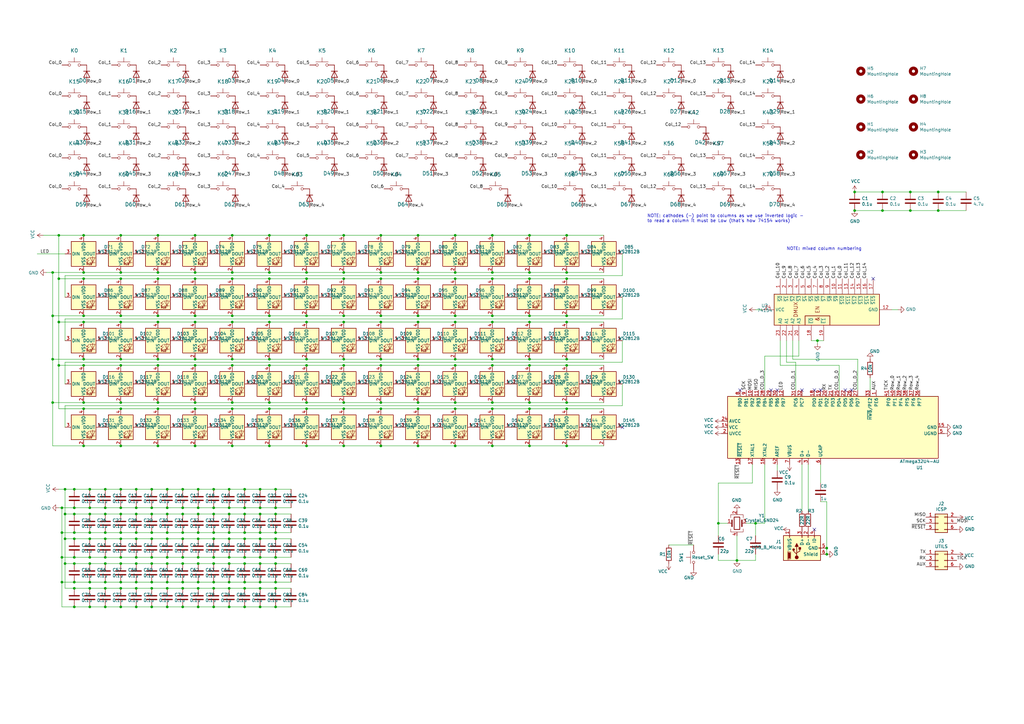
<source format=kicad_sch>
(kicad_sch (version 20230121) (generator eeschema)
  (paper "A3")
  (title_block (title "keyb_15x5") (date "2023-04-17 13:30") (comment 1 "Author: krzys9876") (comment 2 "Generated by klepcbgen.py v0.1"))
  (junction (at 80.01 132.08))
  (junction (at 36.83 200.66))
  (junction (at 106.68 220.98))
  (junction (at 201.93 111.76))
  (junction (at 55.88 231.14))
  (junction (at 100.33 228.6))
  (junction (at 140.97 165.1))
  (junction (at 217.17 132.08))
  (junction (at 186.69 165.1))
  (junction (at 201.93 182.88))
  (junction (at 62.23 200.66))
  (junction (at 30.48 241.3))
  (junction (at 361.95 86.36))
  (junction (at 156.21 132.08))
  (junction (at 113.03 241.3))
  (junction (at 140.97 96.52))
  (junction (at 55.88 241.3))
  (junction (at 106.68 238.76))
  (junction (at 201.93 167.64))
  (junction (at 350.52 86.36))
  (junction (at 55.88 208.28))
  (junction (at 81.28 208.28))
  (junction (at 36.83 218.44))
  (junction (at 156.21 111.76))
  (junction (at 43.18 238.76))
  (junction (at 201.93 114.3))
  (junction (at 43.18 218.44))
  (junction (at 110.49 165.1))
  (junction (at 74.93 208.28))
  (junction (at 74.93 238.76))
  (junction (at 30.48 220.98))
  (junction (at 49.53 149.86))
  (junction (at 87.63 218.44))
  (junction (at 125.73 149.86))
  (junction (at 62.23 210.82))
  (junction (at 125.73 96.52))
  (junction (at 64.77 111.76))
  (junction (at 68.58 218.44))
  (junction (at 93.98 208.28))
  (junction (at 384.81 86.36))
  (junction (at 201.93 147.32))
  (junction (at 74.93 228.6))
  (junction (at 125.73 147.32))
  (junction (at 55.88 220.98))
  (junction (at 49.53 231.14))
  (junction (at 64.77 114.3))
  (junction (at 100.33 238.76))
  (junction (at 156.21 165.1))
  (junction (at 68.58 208.28))
  (junction (at 80.01 129.54))
  (junction (at 110.49 129.54))
  (junction (at 140.97 129.54))
  (junction (at 80.01 111.76))
  (junction (at 232.41 129.54))
  (junction (at 100.33 241.3))
  (junction (at 49.53 200.66))
  (junction (at 201.93 96.52))
  (junction (at 106.68 218.44))
  (junction (at 106.68 241.3))
  (junction (at 217.17 96.52))
  (junction (at 95.25 96.52))
  (junction (at 26.67 231.14))
  (junction (at 21.59 165.1))
  (junction (at 113.03 231.14))
  (junction (at 62.23 231.14))
  (junction (at 81.28 210.82))
  (junction (at 140.97 114.3))
  (junction (at 95.25 114.3))
  (junction (at 68.58 220.98))
  (junction (at 74.93 220.98))
  (junction (at 25.4 218.44))
  (junction (at 25.4 208.28))
  (junction (at 232.41 167.64))
  (junction (at 43.18 200.66))
  (junction (at 55.88 210.82))
  (junction (at 87.63 241.3))
  (junction (at 100.33 210.82))
  (junction (at 232.41 132.08))
  (junction (at 232.41 182.88))
  (junction (at 95.25 165.1))
  (junction (at 36.83 241.3))
  (junction (at 125.73 182.88))
  (junction (at 125.73 114.3))
  (junction (at 36.83 220.98))
  (junction (at 232.41 111.76))
  (junction (at 95.25 147.32))
  (junction (at 140.97 132.08))
  (junction (at 171.45 132.08))
  (junction (at 106.68 208.28))
  (junction (at 68.58 210.82))
  (junction (at 43.18 241.3))
  (junction (at 36.83 208.28))
  (junction (at 110.49 114.3))
  (junction (at 113.03 228.6))
  (junction (at 62.23 238.76))
  (junction (at 217.17 111.76))
  (junction (at 156.21 149.86))
  (junction (at 74.93 241.3))
  (junction (at 80.01 149.86))
  (junction (at 232.41 149.86))
  (junction (at 55.88 218.44))
  (junction (at 21.59 129.54))
  (junction (at 171.45 182.88))
  (junction (at 217.17 165.1))
  (junction (at 62.23 220.98))
  (junction (at 62.23 248.92))
  (junction (at 34.29 149.86))
  (junction (at 384.81 78.74))
  (junction (at 24.13 96.52))
  (junction (at 24.13 149.86))
  (junction (at 140.97 149.86))
  (junction (at 95.25 182.88))
  (junction (at 64.77 182.88))
  (junction (at 49.53 147.32))
  (junction (at 68.58 238.76))
  (junction (at 113.03 238.76))
  (junction (at 113.03 248.92))
  (junction (at 156.21 114.3))
  (junction (at 171.45 167.64))
  (junction (at 186.69 182.88))
  (junction (at 81.28 228.6))
  (junction (at 110.49 149.86))
  (junction (at 34.29 132.08))
  (junction (at 62.23 228.6))
  (junction (at 55.88 228.6))
  (junction (at 49.53 182.88))
  (junction (at 201.93 149.86))
  (junction (at 49.53 96.52))
  (junction (at 339.09 227.33))
  (junction (at 217.17 147.32))
  (junction (at 87.63 231.14))
  (junction (at 74.93 210.82))
  (junction (at 113.03 218.44))
  (junction (at 217.17 167.64))
  (junction (at 34.29 96.52))
  (junction (at 110.49 96.52))
  (junction (at 81.28 248.92))
  (junction (at 339.09 224.79))
  (junction (at 95.25 149.86))
  (junction (at 186.69 167.64))
  (junction (at 43.18 210.82))
  (junction (at 95.25 111.76))
  (junction (at 171.45 149.86))
  (junction (at 81.28 218.44))
  (junction (at 36.83 231.14))
  (junction (at 64.77 147.32))
  (junction (at 30.48 200.66))
  (junction (at 217.17 114.3))
  (junction (at 125.73 111.76))
  (junction (at 87.63 220.98))
  (junction (at 24.13 132.08))
  (junction (at 87.63 248.92))
  (junction (at 30.48 231.14))
  (junction (at 64.77 165.1))
  (junction (at 113.03 210.82))
  (junction (at 232.41 114.3))
  (junction (at 74.93 218.44))
  (junction (at 171.45 147.32))
  (junction (at 26.67 210.82))
  (junction (at 113.03 208.28))
  (junction (at 68.58 200.66))
  (junction (at 49.53 210.82))
  (junction (at 68.58 248.92))
  (junction (at 43.18 248.92))
  (junction (at 95.25 132.08))
  (junction (at 49.53 129.54))
  (junction (at 217.17 129.54))
  (junction (at 25.4 228.6))
  (junction (at 100.33 218.44))
  (junction (at 49.53 220.98))
  (junction (at 80.01 182.88))
  (junction (at 36.83 228.6))
  (junction (at 232.41 147.32))
  (junction (at 140.97 167.64))
  (junction (at 106.68 200.66))
  (junction (at 49.53 167.64))
  (junction (at 81.28 241.3))
  (junction (at 74.93 248.92))
  (junction (at 87.63 228.6))
  (junction (at 21.59 147.32))
  (junction (at 100.33 220.98))
  (junction (at 80.01 167.64))
  (junction (at 110.49 111.76))
  (junction (at 62.23 208.28))
  (junction (at 171.45 165.1))
  (junction (at 34.29 147.32))
  (junction (at 49.53 241.3))
  (junction (at 64.77 96.52))
  (junction (at 171.45 129.54))
  (junction (at 186.69 149.86))
  (junction (at 335.28 139.7))
  (junction (at 68.58 228.6))
  (junction (at 30.48 238.76))
  (junction (at 49.53 165.1))
  (junction (at 186.69 132.08))
  (junction (at 93.98 220.98))
  (junction (at 34.29 167.64))
  (junction (at 125.73 132.08))
  (junction (at 373.38 86.36))
  (junction (at 80.01 165.1))
  (junction (at 110.49 167.64))
  (junction (at 93.98 231.14))
  (junction (at 49.53 132.08))
  (junction (at 217.17 182.88))
  (junction (at 62.23 218.44))
  (junction (at 64.77 129.54))
  (junction (at 232.41 165.1))
  (junction (at 201.93 132.08))
  (junction (at 93.98 241.3))
  (junction (at 294.64 214.63))
  (junction (at 93.98 200.66))
  (junction (at 93.98 238.76))
  (junction (at 34.29 182.88))
  (junction (at 25.4 238.76))
  (junction (at 232.41 96.52))
  (junction (at 21.59 111.76))
  (junction (at 74.93 231.14))
  (junction (at 30.48 228.6))
  (junction (at 186.69 114.3))
  (junction (at 30.48 218.44))
  (junction (at 49.53 111.76))
  (junction (at 373.38 78.74))
  (junction (at 30.48 248.92))
  (junction (at 43.18 231.14))
  (junction (at 95.25 167.64))
  (junction (at 34.29 114.3))
  (junction (at 201.93 165.1))
  (junction (at 26.67 200.66))
  (junction (at 43.18 208.28))
  (junction (at 87.63 210.82))
  (junction (at 55.88 248.92))
  (junction (at 156.21 182.88))
  (junction (at 81.28 231.14))
  (junction (at 64.77 132.08))
  (junction (at 125.73 167.64))
  (junction (at 100.33 208.28))
  (junction (at 171.45 114.3))
  (junction (at 350.52 78.74))
  (junction (at 64.77 149.86))
  (junction (at 87.63 208.28))
  (junction (at 93.98 210.82))
  (junction (at 156.21 96.52))
  (junction (at 34.29 129.54))
  (junction (at 62.23 241.3))
  (junction (at 74.93 200.66))
  (junction (at 87.63 238.76))
  (junction (at 171.45 96.52))
  (junction (at 106.68 228.6))
  (junction (at 156.21 167.64))
  (junction (at 81.28 220.98))
  (junction (at 302.26 229.87))
  (junction (at 113.03 200.66))
  (junction (at 30.48 208.28))
  (junction (at 80.01 147.32))
  (junction (at 93.98 248.92))
  (junction (at 36.83 238.76))
  (junction (at 110.49 132.08))
  (junction (at 186.69 147.32))
  (junction (at 106.68 231.14))
  (junction (at 55.88 238.76))
  (junction (at 68.58 241.3))
  (junction (at 140.97 182.88))
  (junction (at 49.53 114.3))
  (junction (at 43.18 228.6))
  (junction (at 49.53 228.6))
  (junction (at 140.97 147.32))
  (junction (at 140.97 111.76))
  (junction (at 87.63 200.66))
  (junction (at 49.53 238.76))
  (junction (at 34.29 111.76))
  (junction (at 68.58 231.14))
  (junction (at 26.67 220.98))
  (junction (at 201.93 129.54))
  (junction (at 55.88 200.66))
  (junction (at 93.98 218.44))
  (junction (at 43.18 220.98))
  (junction (at 156.21 129.54))
  (junction (at 100.33 231.14))
  (junction (at 81.28 200.66))
  (junction (at 309.88 214.63))
  (junction (at 106.68 210.82))
  (junction (at 49.53 248.92))
  (junction (at 24.13 114.3))
  (junction (at 110.49 147.32))
  (junction (at 36.83 210.82))
  (junction (at 49.53 218.44))
  (junction (at 186.69 129.54))
  (junction (at 171.45 111.76))
  (junction (at 49.53 208.28))
  (junction (at 80.01 96.52))
  (junction (at 361.95 78.74))
  (junction (at 34.29 165.1))
  (junction (at 30.48 210.82))
  (junction (at 36.83 248.92))
  (junction (at 80.01 114.3))
  (junction (at 113.03 220.98))
  (junction (at 125.73 165.1))
  (junction (at 100.33 248.92))
  (junction (at 81.28 238.76))
  (junction (at 95.25 129.54))
  (junction (at 110.49 182.88))
  (junction (at 186.69 96.52))
  (junction (at 125.73 129.54))
  (junction (at 156.21 147.32))
  (junction (at 186.69 111.76))
  (junction (at 64.77 167.64))
  (junction (at 93.98 228.6))
  (junction (at 106.68 248.92))
  (junction (at 100.33 200.66))
  (junction (at 217.17 149.86))
  (no_connect (at 303.53 160.02))
  (no_connect (at 328.93 160.02))
  (no_connect (at 318.77 160.02))
  (no_connect (at 358.14 114.3))
  (no_connect (at 349.25 160.02))
  (no_connect (at 316.23 160.02))
  (no_connect (at 334.01 160.02))
  (no_connect (at 336.55 160.02))
  (no_connect (at 346.71 160.02))
  (no_connect (at 334.01 217.17))
  (no_connect (at 255.27 175.26))
  (wire (pts (xy 24.13 96.52) (xy 24.13 114.3)))
  (wire (pts (xy 30.48 220.98) (xy 26.67 220.98)))
  (wire (pts (xy 232.41 111.76) (xy 247.65 111.76)))
  (wire (pts (xy 34.29 149.86) (xy 49.53 149.86)))
  (wire (pts (xy 113.03 220.98) (xy 119.38 220.98)))
  (wire (pts (xy 36.83 248.92) (xy 43.18 248.92)))
  (wire (pts (xy 68.58 210.82) (xy 74.93 210.82)))
  (wire (pts (xy 156.21 147.32) (xy 171.45 147.32)))
  (wire (pts (xy 49.53 228.6) (xy 55.88 228.6)))
  (wire (pts (xy 171.45 167.64) (xy 186.69 167.64)))
  (wire (pts (xy 25.4 208.28) (xy 30.48 208.28)))
  (wire (pts (xy 232.41 167.64) (xy 247.65 167.64)))
  (wire (pts (xy 74.93 231.14) (xy 81.28 231.14)))
  (wire (pts (xy 30.48 208.28) (xy 36.83 208.28)))
  (wire (pts (xy 80.01 167.64) (xy 95.25 167.64)))
  (wire (pts (xy 309.88 127) (xy 312.42 127)))
  (wire (pts (xy 81.28 200.66) (xy 87.63 200.66)))
  (wire (pts (xy 24.13 114.3) (xy 24.13 132.08)))
  (wire (pts (xy 30.48 200.66) (xy 36.83 200.66)))
  (wire (pts (xy 55.88 248.92) (xy 62.23 248.92)))
  (wire (pts (xy 34.29 96.52) (xy 49.53 96.52)))
  (wire (pts (xy 201.93 132.08) (xy 217.17 132.08)))
  (wire (pts (xy 34.29 165.1) (xy 49.53 165.1)))
  (wire (pts (xy 93.98 228.6) (xy 100.33 228.6)))
  (wire (pts (xy 95.25 132.08) (xy 110.49 132.08)))
  (wire (pts (xy 43.18 220.98) (xy 49.53 220.98)))
  (wire (pts (xy 25.4 228.6) (xy 30.48 228.6)))
  (wire (pts (xy 49.53 149.86) (xy 64.77 149.86)))
  (wire (pts (xy 43.18 231.14) (xy 49.53 231.14)))
  (wire (pts (xy 125.73 129.54) (xy 140.97 129.54)))
  (wire (pts (xy 294.64 214.63) (xy 294.64 198.12)))
  (wire (pts (xy 74.93 200.66) (xy 81.28 200.66)))
  (wire (pts (xy 326.39 148.59) (xy 322.58 148.59)))
  (wire (pts (xy 80.01 114.3) (xy 95.25 114.3)))
  (wire (pts (xy 344.17 160.02) (xy 344.17 149.86)))
  (wire (pts (xy 21.59 111.76) (xy 21.59 129.54)))
  (wire (pts (xy 24.13 132.08) (xy 24.13 149.86)))
  (wire (pts (xy 43.18 241.3) (xy 49.53 241.3)))
  (wire (pts (xy 186.69 167.64) (xy 201.93 167.64)))
  (wire (pts (xy 21.59 182.88) (xy 34.29 182.88)))
  (wire (pts (xy 24.13 114.3) (xy 34.29 114.3)))
  (wire (pts (xy 125.73 96.52) (xy 140.97 96.52)))
  (wire (pts (xy 26.67 231.14) (xy 26.67 220.98)))
  (wire (pts (xy 64.77 149.86) (xy 80.01 149.86)))
  (wire (pts (xy 68.58 248.92) (xy 74.93 248.92)))
  (wire (pts (xy 55.88 208.28) (xy 62.23 208.28)))
  (wire (pts (xy 26.67 157.48) (xy 26.67 148.59)))
  (wire (pts (xy 294.64 219.71) (xy 294.64 214.63)))
  (wire (pts (xy 49.53 248.92) (xy 55.88 248.92)))
  (wire (pts (xy 87.63 231.14) (xy 93.98 231.14)))
  (wire (pts (xy 93.98 238.76) (xy 100.33 238.76)))
  (wire (pts (xy 43.18 218.44) (xy 49.53 218.44)))
  (wire (pts (xy 87.63 210.82) (xy 93.98 210.82)))
  (wire (pts (xy 25.4 218.44) (xy 30.48 218.44)))
  (wire (pts (xy 201.93 114.3) (xy 217.17 114.3)))
  (wire (pts (xy 294.64 229.87) (xy 302.26 229.87)))
  (wire (pts (xy 95.25 129.54) (xy 110.49 129.54)))
  (wire (pts (xy 373.38 78.74) (xy 384.81 78.74)))
  (wire (pts (xy 34.29 167.64) (xy 49.53 167.64)))
  (wire (pts (xy 201.93 147.32) (xy 217.17 147.32)))
  (wire (pts (xy 125.73 132.08) (xy 140.97 132.08)))
  (wire (pts (xy 64.77 96.52) (xy 80.01 96.52)))
  (wire (pts (xy 68.58 231.14) (xy 74.93 231.14)))
  (wire (pts (xy 186.69 114.3) (xy 201.93 114.3)))
  (wire (pts (xy 110.49 114.3) (xy 125.73 114.3)))
  (wire (pts (xy 21.59 165.1) (xy 34.29 165.1)))
  (wire (pts (xy 93.98 210.82) (xy 100.33 210.82)))
  (wire (pts (xy 30.48 238.76) (xy 36.83 238.76)))
  (wire (pts (xy 93.98 218.44) (xy 100.33 218.44)))
  (wire (pts (xy 87.63 218.44) (xy 93.98 218.44)))
  (wire (pts (xy 68.58 200.66) (xy 74.93 200.66)))
  (wire (pts (xy 21.59 147.32) (xy 21.59 165.1)))
  (wire (pts (xy 140.97 132.08) (xy 156.21 132.08)))
  (wire (pts (xy 21.59 147.32) (xy 34.29 147.32)))
  (wire (pts (xy 74.93 241.3) (xy 81.28 241.3)))
  (wire (pts (xy 106.68 228.6) (xy 113.03 228.6)))
  (wire (pts (xy 171.45 182.88) (xy 186.69 182.88)))
  (wire (pts (xy 87.63 200.66) (xy 93.98 200.66)))
  (wire (pts (xy 34.29 182.88) (xy 49.53 182.88)))
  (wire (pts (xy 171.45 96.52) (xy 186.69 96.52)))
  (wire (pts (xy 81.28 208.28) (xy 87.63 208.28)))
  (wire (pts (xy 30.48 220.98) (xy 36.83 220.98)))
  (wire (pts (xy 34.29 111.76) (xy 49.53 111.76)))
  (wire (pts (xy 339.09 224.79) (xy 339.09 205.74)))
  (wire (pts (xy 140.97 111.76) (xy 156.21 111.76)))
  (wire (pts (xy 339.09 205.74) (xy 336.55 205.74)))
  (wire (pts (xy 171.45 129.54) (xy 186.69 129.54)))
  (wire (pts (xy 171.45 149.86) (xy 186.69 149.86)))
  (wire (pts (xy 106.68 238.76) (xy 113.03 238.76)))
  (wire (pts (xy 100.33 220.98) (xy 106.68 220.98)))
  (wire (pts (xy 95.25 182.88) (xy 110.49 182.88)))
  (wire (pts (xy 62.23 208.28) (xy 68.58 208.28)))
  (wire (pts (xy 232.41 114.3) (xy 247.65 114.3)))
  (wire (pts (xy 201.93 167.64) (xy 217.17 167.64)))
  (wire (pts (xy 140.97 96.52) (xy 156.21 96.52)))
  (wire (pts (xy 80.01 165.1) (xy 95.25 165.1)))
  (wire (pts (xy 30.48 210.82) (xy 36.83 210.82)))
  (wire (pts (xy 80.01 111.76) (xy 95.25 111.76)))
  (wire (pts (xy 87.63 248.92) (xy 93.98 248.92)))
  (wire (pts (xy 313.69 190.5) (xy 313.69 214.63)))
  (wire (pts (xy 186.69 129.54) (xy 201.93 129.54)))
  (wire (pts (xy 125.73 147.32) (xy 140.97 147.32)))
  (wire (pts (xy 62.23 248.92) (xy 68.58 248.92)))
  (wire (pts (xy 34.29 114.3) (xy 49.53 114.3)))
  (wire (pts (xy 125.73 182.88) (xy 140.97 182.88)))
  (wire (pts (xy 186.69 111.76) (xy 201.93 111.76)))
  (wire (pts (xy 306.07 214.63) (xy 309.88 214.63)))
  (wire (pts (xy 217.17 147.32) (xy 232.41 147.32)))
  (wire (pts (xy 351.79 160.02) (xy 351.79 147.32)))
  (wire (pts (xy 336.55 190.5) (xy 336.55 198.12)))
  (wire (pts (xy 49.53 132.08) (xy 64.77 132.08)))
  (wire (pts (xy 100.33 238.76) (xy 106.68 238.76)))
  (wire (pts (xy 74.93 238.76) (xy 81.28 238.76)))
  (wire (pts (xy 26.67 130.81) (xy 26.67 139.7)))
  (wire (pts (xy 64.77 182.88) (xy 80.01 182.88)))
  (wire (pts (xy 93.98 241.3) (xy 100.33 241.3)))
  (wire (pts (xy 19.05 111.76) (xy 21.59 111.76)))
  (wire (pts (xy 113.03 248.92) (xy 119.38 248.92)))
  (wire (pts (xy 74.93 208.28) (xy 81.28 208.28)))
  (wire (pts (xy 62.23 241.3) (xy 68.58 241.3)))
  (wire (pts (xy 74.93 228.6) (xy 81.28 228.6)))
  (wire (pts (xy 106.68 218.44) (xy 113.03 218.44)))
  (wire (pts (xy 156.21 182.88) (xy 171.45 182.88)))
  (wire (pts (xy 64.77 132.08) (xy 80.01 132.08)))
  (wire (pts (xy 49.53 111.76) (xy 64.77 111.76)))
  (wire (pts (xy 217.17 182.88) (xy 232.41 182.88)))
  (wire (pts (xy 326.39 160.02) (xy 326.39 148.59)))
  (wire (pts (xy 384.81 86.36) (xy 396.24 86.36)))
  (wire (pts (xy 21.59 129.54) (xy 34.29 129.54)))
  (wire (pts (xy 217.17 149.86) (xy 232.41 149.86)))
  (wire (pts (xy 49.53 208.28) (xy 55.88 208.28)))
  (wire (pts (xy 201.93 165.1) (xy 217.17 165.1)))
  (wire (pts (xy 332.74 139.7) (xy 335.28 139.7)))
  (wire (pts (xy 322.58 148.59) (xy 322.58 139.7)))
  (wire (pts (xy 217.17 114.3) (xy 232.41 114.3)))
  (wire (pts (xy 34.29 129.54) (xy 49.53 129.54)))
  (wire (pts (xy 106.68 220.98) (xy 113.03 220.98)))
  (wire (pts (xy 30.48 231.14) (xy 36.83 231.14)))
  (wire (pts (xy 327.66 146.05) (xy 327.66 139.7)))
  (wire (pts (xy 49.53 182.88) (xy 64.77 182.88)))
  (wire (pts (xy 171.45 111.76) (xy 186.69 111.76)))
  (wire (pts (xy 140.97 165.1) (xy 156.21 165.1)))
  (wire (pts (xy 344.17 149.86) (xy 320.04 149.86)))
  (wire (pts (xy 49.53 241.3) (xy 55.88 241.3)))
  (wire (pts (xy 80.01 132.08) (xy 95.25 132.08)))
  (wire (pts (xy 232.41 147.32) (xy 247.65 147.32)))
  (wire (pts (xy 186.69 132.08) (xy 201.93 132.08)))
  (wire (pts (xy 318.77 190.5) (xy 318.77 193.04)))
  (wire (pts (xy 26.67 148.59) (xy 255.27 148.59)))
  (wire (pts (xy 34.29 132.08) (xy 49.53 132.08)))
  (wire (pts (xy 140.97 114.3) (xy 156.21 114.3)))
  (wire (pts (xy 36.83 210.82) (xy 43.18 210.82)))
  (wire (pts (xy 125.73 114.3) (xy 140.97 114.3)))
  (wire (pts (xy 24.13 149.86) (xy 34.29 149.86)))
  (wire (pts (xy 186.69 147.32) (xy 201.93 147.32)))
  (wire (pts (xy 81.28 228.6) (xy 87.63 228.6)))
  (wire (pts (xy 106.68 208.28) (xy 113.03 208.28)))
  (wire (pts (xy 171.45 114.3) (xy 186.69 114.3)))
  (wire (pts (xy 74.93 248.92) (xy 81.28 248.92)))
  (wire (pts (xy 313.69 160.02) (xy 313.69 146.05)))
  (wire (pts (xy 26.67 220.98) (xy 26.67 210.82)))
  (wire (pts (xy 113.03 210.82) (xy 119.38 210.82)))
  (wire (pts (xy 110.49 147.32) (xy 125.73 147.32)))
  (wire (pts (xy 308.61 198.12) (xy 294.64 198.12)))
  (wire (pts (xy 30.48 228.6) (xy 36.83 228.6)))
  (wire (pts (xy 30.48 248.92) (xy 36.83 248.92)))
  (wire (pts (xy 186.69 182.88) (xy 201.93 182.88)))
  (wire (pts (xy 255.27 148.59) (xy 255.27 139.7)))
  (wire (pts (xy 64.77 147.32) (xy 80.01 147.32)))
  (wire (pts (xy 274.32 223.52) (xy 284.48 223.52)))
  (wire (pts (xy 350.52 78.74) (xy 361.95 78.74)))
  (wire (pts (xy 55.88 241.3) (xy 62.23 241.3)))
  (wire (pts (xy 140.97 167.64) (xy 156.21 167.64)))
  (wire (pts (xy 217.17 165.1) (xy 232.41 165.1)))
  (wire (pts (xy 361.95 86.36) (xy 373.38 86.36)))
  (wire (pts (xy 95.25 147.32) (xy 110.49 147.32)))
  (wire (pts (xy 95.25 167.64) (xy 110.49 167.64)))
  (wire (pts (xy 81.28 231.14) (xy 87.63 231.14)))
  (wire (pts (xy 26.67 231.14) (xy 26.67 241.3)))
  (wire (pts (xy 24.13 200.66) (xy 26.67 200.66)))
  (wire (pts (xy 100.33 218.44) (xy 106.68 218.44)))
  (wire (pts (xy 201.93 96.52) (xy 217.17 96.52)))
  (wire (pts (xy 80.01 96.52) (xy 95.25 96.52)))
  (wire (pts (xy 81.28 218.44) (xy 87.63 218.44)))
  (wire (pts (xy 125.73 167.64) (xy 140.97 167.64)))
  (wire (pts (xy 43.18 210.82) (xy 49.53 210.82)))
  (wire (pts (xy 30.48 218.44) (xy 36.83 218.44)))
  (wire (pts (xy 113.03 200.66) (xy 119.38 200.66)))
  (wire (pts (xy 30.48 210.82) (xy 26.67 210.82)))
  (wire (pts (xy 68.58 220.98) (xy 74.93 220.98)))
  (wire (pts (xy 110.49 149.86) (xy 125.73 149.86)))
  (wire (pts (xy 384.81 78.74) (xy 396.24 78.74)))
  (wire (pts (xy 26.67 166.37) (xy 26.67 175.26)))
  (wire (pts (xy 100.33 208.28) (xy 106.68 208.28)))
  (wire (pts (xy 74.93 210.82) (xy 81.28 210.82)))
  (wire (pts (xy 106.68 210.82) (xy 113.03 210.82)))
  (wire (pts (xy 95.25 149.86) (xy 110.49 149.86)))
  (wire (pts (xy 80.01 149.86) (xy 95.25 149.86)))
  (wire (pts (xy 26.67 210.82) (xy 26.67 200.66)))
  (wire (pts (xy 62.23 218.44) (xy 68.58 218.44)))
  (wire (pts (xy 156.21 111.76) (xy 171.45 111.76)))
  (wire (pts (xy 156.21 114.3) (xy 171.45 114.3)))
  (wire (pts (xy 232.41 182.88) (xy 247.65 182.88)))
  (wire (pts (xy 95.25 165.1) (xy 110.49 165.1)))
  (wire (pts (xy 186.69 165.1) (xy 201.93 165.1)))
  (wire (pts (xy 106.68 231.14) (xy 113.03 231.14)))
  (wire (pts (xy 156.21 165.1) (xy 171.45 165.1)))
  (wire (pts (xy 21.59 111.76) (xy 34.29 111.76)))
  (wire (pts (xy 81.28 210.82) (xy 87.63 210.82)))
  (wire (pts (xy 113.03 231.14) (xy 119.38 231.14)))
  (wire (pts (xy 43.18 248.92) (xy 49.53 248.92)))
  (wire (pts (xy 93.98 200.66) (xy 100.33 200.66)))
  (wire (pts (xy 34.29 147.32) (xy 49.53 147.32)))
  (wire (pts (xy 62.23 228.6) (xy 68.58 228.6)))
  (wire (pts (xy 74.93 218.44) (xy 81.28 218.44)))
  (wire (pts (xy 68.58 238.76) (xy 74.93 238.76)))
  (wire (pts (xy 110.49 132.08) (xy 125.73 132.08)))
  (wire (pts (xy 49.53 114.3) (xy 64.77 114.3)))
  (wire (pts (xy 87.63 241.3) (xy 93.98 241.3)))
  (wire (pts (xy 43.18 228.6) (xy 49.53 228.6)))
  (wire (pts (xy 100.33 210.82) (xy 106.68 210.82)))
  (wire (pts (xy 339.09 227.33) (xy 339.09 224.79)))
  (wire (pts (xy 55.88 228.6) (xy 62.23 228.6)))
  (wire (pts (xy 36.83 238.76) (xy 43.18 238.76)))
  (wire (pts (xy 309.88 229.87) (xy 309.88 227.33)))
  (wire (pts (xy 62.23 238.76) (xy 68.58 238.76)))
  (wire (pts (xy 43.18 200.66) (xy 49.53 200.66)))
  (wire (pts (xy 100.33 248.92) (xy 106.68 248.92)))
  (wire (pts (xy 62.23 220.98) (xy 68.58 220.98)))
  (wire (pts (xy 49.53 167.64) (xy 64.77 167.64)))
  (wire (pts (xy 49.53 129.54) (xy 64.77 129.54)))
  (wire (pts (xy 49.53 231.14) (xy 55.88 231.14)))
  (wire (pts (xy 308.61 190.5) (xy 308.61 198.12)))
  (wire (pts (xy 25.4 208.28) (xy 25.4 218.44)))
  (wire (pts (xy 36.83 200.66) (xy 43.18 200.66)))
  (wire (pts (xy 255.27 113.03) (xy 26.67 113.03)))
  (wire (pts (xy 350.52 86.36) (xy 361.95 86.36)))
  (wire (pts (xy 313.69 146.05) (xy 327.66 146.05)))
  (wire (pts (xy 26.67 200.66) (xy 30.48 200.66)))
  (wire (pts (xy 361.95 78.74) (xy 373.38 78.74)))
  (wire (pts (xy 49.53 210.82) (xy 55.88 210.82)))
  (wire (pts (xy 30.48 241.3) (xy 26.67 241.3)))
  (wire (pts (xy 81.28 238.76) (xy 87.63 238.76)))
  (wire (pts (xy 140.97 147.32) (xy 156.21 147.32)))
  (wire (pts (xy 68.58 218.44) (xy 74.93 218.44)))
  (wire (pts (xy 156.21 167.64) (xy 171.45 167.64)))
  (wire (pts (xy 325.12 147.32) (xy 325.12 139.7)))
  (wire (pts (xy 21.59 165.1) (xy 21.59 182.88)))
  (wire (pts (xy 43.18 208.28) (xy 49.53 208.28)))
  (wire (pts (xy 335.28 139.7) (xy 335.28 140.97)))
  (wire (pts (xy 55.88 231.14) (xy 62.23 231.14)))
  (wire (pts (xy 24.13 149.86) (xy 24.13 167.64)))
  (wire (pts (xy 255.27 104.14) (xy 255.27 113.03)))
  (wire (pts (xy 93.98 220.98) (xy 100.33 220.98)))
  (wire (pts (xy 24.13 167.64) (xy 34.29 167.64)))
  (wire (pts (xy 36.83 228.6) (xy 43.18 228.6)))
  (wire (pts (xy 24.13 96.52) (xy 34.29 96.52)))
  (wire (pts (xy 81.28 248.92) (xy 87.63 248.92)))
  (wire (pts (xy 80.01 147.32) (xy 95.25 147.32)))
  (wire (pts (xy 55.88 218.44) (xy 62.23 218.44)))
  (wire (pts (xy 232.41 129.54) (xy 247.65 129.54)))
  (wire (pts (xy 100.33 241.3) (xy 106.68 241.3)))
  (wire (pts (xy 140.97 182.88) (xy 156.21 182.88)))
  (wire (pts (xy 186.69 96.52) (xy 201.93 96.52)))
  (wire (pts (xy 36.83 241.3) (xy 43.18 241.3)))
  (wire (pts (xy 68.58 208.28) (xy 74.93 208.28)))
  (wire (pts (xy 55.88 210.82) (xy 62.23 210.82)))
  (wire (pts (xy 36.83 220.98) (xy 43.18 220.98)))
  (wire (pts (xy 55.88 200.66) (xy 62.23 200.66)))
  (wire (pts (xy 232.41 96.52) (xy 247.65 96.52)))
  (wire (pts (xy 25.4 238.76) (xy 25.4 248.92)))
  (wire (pts (xy 49.53 218.44) (xy 55.88 218.44)))
  (wire (pts (xy 64.77 114.3) (xy 80.01 114.3)))
  (wire (pts (xy 68.58 241.3) (xy 74.93 241.3)))
  (wire (pts (xy 74.93 220.98) (xy 81.28 220.98)))
  (wire (pts (xy 95.25 111.76) (xy 110.49 111.76)))
  (wire (pts (xy 125.73 149.86) (xy 140.97 149.86)))
  (wire (pts (xy 87.63 220.98) (xy 93.98 220.98)))
  (wire (pts (xy 64.77 129.54) (xy 80.01 129.54)))
  (wire (pts (xy 80.01 129.54) (xy 95.25 129.54)))
  (wire (pts (xy 255.27 130.81) (xy 26.67 130.81)))
  (wire (pts (xy 17.78 96.52) (xy 24.13 96.52)))
  (wire (pts (xy 62.23 210.82) (xy 68.58 210.82)))
  (wire (pts (xy 21.59 129.54) (xy 21.59 147.32)))
  (wire (pts (xy 217.17 129.54) (xy 232.41 129.54)))
  (wire (pts (xy 64.77 111.76) (xy 80.01 111.76)))
  (wire (pts (xy 171.45 132.08) (xy 186.69 132.08)))
  (wire (pts (xy 309.88 214.63) (xy 309.88 219.71)))
  (wire (pts (xy 113.03 238.76) (xy 119.38 238.76)))
  (wire (pts (xy 320.04 149.86) (xy 320.04 139.7)))
  (wire (pts (xy 356.87 154.94) (xy 356.87 160.02)))
  (wire (pts (xy 140.97 149.86) (xy 156.21 149.86)))
  (wire (pts (xy 26.67 113.03) (xy 26.67 121.92)))
  (wire (pts (xy 110.49 167.64) (xy 125.73 167.64)))
  (wire (pts (xy 140.97 129.54) (xy 156.21 129.54)))
  (wire (pts (xy 43.18 238.76) (xy 49.53 238.76)))
  (wire (pts (xy 49.53 147.32) (xy 64.77 147.32)))
  (wire (pts (xy 201.93 129.54) (xy 217.17 129.54)))
  (wire (pts (xy 255.27 166.37) (xy 26.67 166.37)))
  (wire (pts (xy 232.41 149.86) (xy 247.65 149.86)))
  (wire (pts (xy 302.26 229.87) (xy 309.88 229.87)))
  (wire (pts (xy 87.63 208.28) (xy 93.98 208.28)))
  (wire (pts (xy 328.93 209.55) (xy 328.93 190.5)))
  (wire (pts (xy 80.01 182.88) (xy 95.25 182.88)))
  (wire (pts (xy 93.98 231.14) (xy 100.33 231.14)))
  (wire (pts (xy 351.79 147.32) (xy 325.12 147.32)))
  (wire (pts (xy 171.45 165.1) (xy 186.69 165.1)))
  (wire (pts (xy 87.63 238.76) (xy 93.98 238.76)))
  (wire (pts (xy 313.69 214.63) (xy 309.88 214.63)))
  (wire (pts (xy 217.17 167.64) (xy 232.41 167.64)))
  (wire (pts (xy 49.53 220.98) (xy 55.88 220.98)))
  (wire (pts (xy 201.93 182.88) (xy 217.17 182.88)))
  (wire (pts (xy 110.49 129.54) (xy 125.73 129.54)))
  (wire (pts (xy 113.03 228.6) (xy 119.38 228.6)))
  (wire (pts (xy 95.25 114.3) (xy 110.49 114.3)))
  (wire (pts (xy 113.03 208.28) (xy 119.38 208.28)))
  (wire (pts (xy 68.58 228.6) (xy 74.93 228.6)))
  (wire (pts (xy 87.63 228.6) (xy 93.98 228.6)))
  (wire (pts (xy 95.25 96.52) (xy 110.49 96.52)))
  (wire (pts (xy 186.69 149.86) (xy 201.93 149.86)))
  (wire (pts (xy 24.13 208.28) (xy 25.4 208.28)))
  (wire (pts (xy 49.53 96.52) (xy 64.77 96.52)))
  (wire (pts (xy 55.88 238.76) (xy 62.23 238.76)))
  (wire (pts (xy 255.27 121.92) (xy 255.27 130.81)))
  (wire (pts (xy 36.83 218.44) (xy 43.18 218.44)))
  (wire (pts (xy 110.49 111.76) (xy 125.73 111.76)))
  (wire (pts (xy 93.98 248.92) (xy 100.33 248.92)))
  (wire (pts (xy 201.93 149.86) (xy 217.17 149.86)))
  (wire (pts (xy 25.4 228.6) (xy 25.4 238.76)))
  (wire (pts (xy 217.17 111.76) (xy 232.41 111.76)))
  (wire (pts (xy 156.21 96.52) (xy 171.45 96.52)))
  (wire (pts (xy 110.49 96.52) (xy 125.73 96.52)))
  (wire (pts (xy 64.77 167.64) (xy 80.01 167.64)))
  (wire (pts (xy 64.77 165.1) (xy 80.01 165.1)))
  (wire (pts (xy 93.98 208.28) (xy 100.33 208.28)))
  (wire (pts (xy 217.17 96.52) (xy 232.41 96.52)))
  (wire (pts (xy 110.49 165.1) (xy 125.73 165.1)))
  (wire (pts (xy 255.27 157.48) (xy 255.27 166.37)))
  (wire (pts (xy 100.33 231.14) (xy 106.68 231.14)))
  (wire (pts (xy 110.49 182.88) (xy 125.73 182.88)))
  (wire (pts (xy 106.68 241.3) (xy 113.03 241.3)))
  (wire (pts (xy 302.26 219.71) (xy 302.26 229.87)))
  (wire (pts (xy 294.64 229.87) (xy 294.64 227.33)))
  (wire (pts (xy 25.4 218.44) (xy 25.4 228.6)))
  (wire (pts (xy 100.33 228.6) (xy 106.68 228.6)))
  (wire (pts (xy 232.41 132.08) (xy 247.65 132.08)))
  (wire (pts (xy 113.03 218.44) (xy 119.38 218.44)))
  (wire (pts (xy 365.76 127) (xy 368.3 127)))
  (wire (pts (xy 49.53 238.76) (xy 55.88 238.76)))
  (wire (pts (xy 30.48 231.14) (xy 26.67 231.14)))
  (wire (pts (xy 201.93 111.76) (xy 217.17 111.76)))
  (wire (pts (xy 49.53 165.1) (xy 64.77 165.1)))
  (wire (pts (xy 81.28 241.3) (xy 87.63 241.3)))
  (wire (pts (xy 125.73 111.76) (xy 140.97 111.76)))
  (wire (pts (xy 62.23 231.14) (xy 68.58 231.14)))
  (wire (pts (xy 232.41 165.1) (xy 247.65 165.1)))
  (wire (pts (xy 30.48 241.3) (xy 36.83 241.3)))
  (wire (pts (xy 25.4 248.92) (xy 30.48 248.92)))
  (wire (pts (xy 217.17 132.08) (xy 232.41 132.08)))
  (wire (pts (xy 125.73 165.1) (xy 140.97 165.1)))
  (wire (pts (xy 106.68 248.92) (xy 113.03 248.92)))
  (wire (pts (xy 100.33 200.66) (xy 106.68 200.66)))
  (wire (pts (xy 62.23 200.66) (xy 68.58 200.66)))
  (wire (pts (xy 171.45 147.32) (xy 186.69 147.32)))
  (wire (pts (xy 156.21 129.54) (xy 171.45 129.54)))
  (wire (pts (xy 81.28 220.98) (xy 87.63 220.98)))
  (wire (pts (xy 15.24 104.14) (xy 26.67 104.14)))
  (wire (pts (xy 106.68 200.66) (xy 113.03 200.66)))
  (wire (pts (xy 373.38 86.36) (xy 384.81 86.36)))
  (wire (pts (xy 49.53 200.66) (xy 55.88 200.66)))
  (wire (pts (xy 298.45 214.63) (xy 294.64 214.63)))
  (wire (pts (xy 55.88 220.98) (xy 62.23 220.98)))
  (wire (pts (xy 156.21 149.86) (xy 171.45 149.86)))
  (wire (pts (xy 24.13 132.08) (xy 34.29 132.08)))
  (wire (pts (xy 36.83 208.28) (xy 43.18 208.28)))
  (wire (pts (xy 36.83 231.14) (xy 43.18 231.14)))
  (wire (pts (xy 156.21 132.08) (xy 171.45 132.08)))
  (wire (pts (xy 113.03 241.3) (xy 119.38 241.3)))
  (wire (pts (xy 25.4 238.76) (xy 30.48 238.76)))
  (wire (pts (xy 335.28 139.7) (xy 337.82 139.7)))
  (wire (pts (xy 331.47 209.55) (xy 331.47 190.5)))
  (text "NOTE: mixed column numbering" (at 322.58 102.87 0) (effects (font (size 1.27 1.27)) (justify left bottom)))
  (text "NOTE: cathodes (-) point to columns as we use inverted logic - \nto read a column it must be Low (that's how 74154 works)" (at 265.43 91.44 0) (effects (font (size 1.27 1.27)) (justify left bottom)))
  (label "Row_2" (at 177.8 59.69 0))
  (label "Row_3" (at 177.8 72.39 0))
  (label "Row_2" (at 55.88 59.69 0))
  (label "Col_1" (at 45.72 39.37 180))
  (label "Col_0" (at 25.4 39.37 180))
  (label "Col_10" (at 228.6 64.77 180))
  (label "Col_1" (at 342.9 114.3 90))
  (label "Row_0" (at 55.88 34.29 0))
  (label "Row_4" (at 167.64 85.09 0))
  (label "Col_14" (at 309.88 39.37 180))
  (label "Row_1" (at 157.48 46.99 0))
  (label "Col_9" (at 322.58 114.3 90))
  (label "Col_9" (at 208.28 64.77 180))
  (label "Row_1" (at 35.56 46.99 0))
  (label "Row_3" (at 238.76 72.39 0))
  (label "Row_3" (at 299.72 72.39 0))
  (label "Col_12" (at 279.4 52.07 180))
  (label "Col_3" (at 337.82 114.3 90))
  (label "Row_0" (at 96.52 34.29 0))
  (label "Row_3" (at 157.48 72.39 0))
  (label "Row_2" (at 218.44 59.69 0))
  (label "Col_10" (at 228.6 39.37 180))
  (label "Row_2" (at 238.76 59.69 0))
  (label "Row_2" (at 372.11 160.02 90))
  (label "COL_D_3" (at 313.69 160.02 90))
  (label "MISO" (at 379.73 212.09 180))
  (label "Col_9" (at 208.28 26.67 180))
  (label "Col_14" (at 309.88 64.77 180))
  (label "~{RESET}" (at 303.53 190.5 270))
  (label "Col_3" (at 86.36 52.07 180))
  (label "Row_4" (at 238.76 85.09 0))
  (label "Col_0" (at 345.44 114.3 90))
  (label "Row_2" (at 137.16 59.69 0))
  (label "Row_2" (at 76.2 59.69 0))
  (label "Col_11" (at 248.92 64.77 180))
  (label "Row_0" (at 35.56 34.29 0))
  (label "Row_1" (at 76.2 46.99 0))
  (label "TX" (at 341.63 160.02 90))
  (label "Col_12" (at 350.52 114.3 90))
  (label "Row_0" (at 137.16 34.29 0))
  (label "Row_0" (at 238.76 34.29 0))
  (label "Row_2" (at 289.56 59.69 0))
  (label "Col_4" (at 116.84 77.47 180))
  (label "Col_2" (at 66.04 26.67 180))
  (label "Col_2" (at 340.36 114.3 90))
  (label "TICK" (at 364.49 160.02 90))
  (label "~{RESET}" (at 284.48 223.52 90))
  (label "Row_4" (at 127 85.09 0))
  (label "Row_3" (at 320.04 72.39 0))
  (label "Row_2" (at 96.52 59.69 0))
  (label "Row_3" (at 116.84 72.39 0))
  (label "COL_D_0" (at 344.17 160.02 90))
  (label "Col_9" (at 208.28 39.37 180))
  (label "Col_8" (at 325.12 114.3 90))
  (label "Col_0" (at 25.4 52.07 180))
  (label "Col_3" (at 86.36 64.77 180))
  (label "Row_0" (at 177.8 34.29 0))
  (label "Row_0" (at 259.08 34.29 0))
  (label "Col_10" (at 320.04 114.3 90))
  (label "Row_4" (at 377.19 160.02 90))
  (label "Row_1" (at 198.12 46.99 0))
  (label "Col_4" (at 106.68 52.07 180))
  (label "Col_6" (at 330.2 114.3 90))
  (label "Col_11" (at 248.92 39.37 180))
  (label "Col_4" (at 335.28 114.3 90))
  (label "Row_0" (at 279.4 34.29 0))
  (label "Col_11" (at 248.92 52.07 180))
  (label "Col_8" (at 187.96 64.77 180))
  (label "Col_14" (at 309.88 77.47 180))
  (label "Row_1" (at 55.88 46.99 0))
  (label "TX" (at 379.73 227.33 180))
  (label "RX" (at 379.73 229.87 180))
  (label "Col_6" (at 147.32 64.77 180))
  (label "MOSI" (at 392.43 214.63 0))
  (label "Row_2" (at 35.56 59.69 0))
  (label "Col_12" (at 269.24 26.67 180))
  (label "Row_1" (at 259.08 46.99 0))
  (label "Col_13" (at 289.56 64.77 180))
  (label "Col_3" (at 86.36 26.67 180))
  (label "Col_7" (at 327.66 114.3 90))
  (label "Col_1" (at 45.72 64.77 180))
  (label "AUX" (at 379.73 232.41 180))
  (label "Col_13" (at 289.56 39.37 180))
  (label "Row_4" (at 299.72 85.09 0))
  (label "Row_4" (at 279.4 85.09 0))
  (label "Col_0" (at 25.4 26.67 180))
  (label "Row_0" (at 76.2 34.29 0))
  (label "LED" (at 321.31 160.02 90))
  (label "SCK" (at 379.73 214.63 180))
  (label "Col_7" (at 167.64 26.67 180))
  (label "Col_7" (at 167.64 39.37 180))
  (label "SCK" (at 306.07 160.02 90))
  (label "TICK" (at 392.43 229.87 0))
  (label "Row_1" (at 137.16 46.99 0))
  (label "Row_1" (at 116.84 46.99 0))
  (label "Col_1" (at 45.72 26.67 180))
  (label "Row_2" (at 259.08 59.69 0))
  (label "Row_2" (at 157.48 59.69 0))
  (label "Row_3" (at 137.16 72.39 0))
  (label "Col_13" (at 289.56 26.67 180))
  (label "Row_0" (at 367.03 160.02 90))
  (label "LED" (at 16.51 104.14 0))
  (label "Col_6" (at 147.32 26.67 180))
  (label "Row_1" (at 238.76 46.99 0))
  (label "Row_3" (at 55.88 72.39 0))
  (label "Row_4" (at 55.88 85.09 0))
  (label "Row_4" (at 320.04 85.09 0))
  (label "Col_12" (at 269.24 39.37 180))
  (label "Row_2" (at 116.84 59.69 0))
  (label "Col_13" (at 309.88 52.07 180))
  (label "Col_2" (at 66.04 64.77 180))
  (label "Row_0" (at 299.72 34.29 0))
  (label "Row_3" (at 198.12 72.39 0))
  (label "Col_11" (at 248.92 77.47 180))
  (label "Col_8" (at 187.96 26.67 180))
  (label "MOSI" (at 308.61 160.02 90))
  (label "Col_13" (at 353.06 114.3 90))
  (label "Row_1" (at 218.44 46.99 0))
  (label "Col_14" (at 355.6 114.3 90))
  (label "Col_2" (at 66.04 39.37 180))
  (label "Col_9" (at 208.28 52.07 180))
  (label "Row_0" (at 320.04 34.29 0))
  (label "Col_11" (at 248.92 26.67 180))
  (label "Col_7" (at 167.64 64.77 180))
  (label "AUX" (at 359.41 160.02 90))
  (label "COL_D_1" (at 326.39 160.02 90))
  (label "MISO" (at 311.15 160.02 90))
  (label "Col_6" (at 147.32 52.07 180))
  (label "Col_8" (at 187.96 52.07 180))
  (label "Col_3" (at 86.36 39.37 180))
  (label "Col_0" (at 25.4 77.47 180))
  (label "Row_3" (at 259.08 72.39 0))
  (label "Col_10" (at 228.6 77.47 180))
  (label "Row_4" (at 96.52 85.09 0))
  (label "Row_3" (at 76.2 72.39 0))
  (label "Row_0" (at 218.44 34.29 0))
  (label "Col_4" (at 106.68 26.67 180))
  (label "Row_1" (at 299.72 46.99 0))
  (label "Col_5" (at 127 39.37 180))
  (label "Col_2" (at 66.04 52.07 180))
  (label "Row_0" (at 198.12 34.29 0))
  (label "Row_0" (at 157.48 34.29 0))
  (label "Col_0" (at 25.4 64.77 180))
  (label "Col_7" (at 167.64 52.07 180))
  (label "RX" (at 339.09 160.02 90))
  (label "Col_1" (at 45.72 52.07 180))
  (label "Col_4" (at 106.68 39.37 180))
  (label "Row_1" (at 320.04 46.99 0))
  (label "Col_8" (at 187.96 39.37 180))
  (label "Row_4" (at 76.2 85.09 0))
  (label "Col_6" (at 147.32 39.37 180))
  (label "Col_10" (at 228.6 52.07 180))
  (label "Row_4" (at 208.28 85.09 0))
  (label "Col_8" (at 198.12 77.47 180))
  (label "Row_3" (at 279.4 72.39 0))
  (label "Col_5" (at 127 26.67 180))
  (label "Col_12" (at 269.24 64.77 180))
  (label "Col_5" (at 127 52.07 180))
  (label "Col_10" (at 228.6 26.67 180))
  (label "Col_14" (at 309.88 26.67 180))
  (label "Col_2" (at 66.04 77.47 180))
  (label "Row_3" (at 96.52 72.39 0))
  (label "Row_0" (at 116.84 34.29 0))
  (label "Row_2" (at 320.04 59.69 0))
  (label "Row_1" (at 369.57 160.02 90))
  (label "Col_5" (at 127 64.77 180))
  (label "Row_3" (at 218.44 72.39 0))
  (label "Row_4" (at 259.08 85.09 0))
  (label "Col_12" (at 269.24 77.47 180))
  (label "Row_3" (at 35.56 72.39 0))
  (label "Col_4" (at 106.68 64.77 180))
  (label "Col_3" (at 86.36 77.47 180))
  (label "Col_5" (at 332.74 114.3 90))
  (label "Col_1" (at 45.72 77.47 180))
  (label "Col_13" (at 289.56 77.47 180))
  (label "Row_1" (at 177.8 46.99 0))
  (label "COL_D_2" (at 351.79 160.02 90))
  (label "Row_2" (at 198.12 59.69 0))
  (label "Col_11" (at 347.98 114.3 90))
  (label "Row_4" (at 35.56 85.09 0))
  (label "Row_1" (at 279.4 46.99 0))
  (label "~{RESET}" (at 379.73 217.17 180))
  (label "Row_1" (at 96.52 46.99 0))
  (label "Row_3" (at 374.65 160.02 90))
  (label "Col_6" (at 157.48 77.47 180))
  (symbol (lib_id "power:GND") (at 302.26 229.87 0) (unit 1)
    (property "Reference" "#PWR0101" (effects hide))
    (property "Value" "GND" (at 302.387 234.2642 0))
  )
  (symbol (lib_id "power:GND") (at 350.52 86.36 0) (unit 1)
    (property "Reference" "#PWR0102" (effects hide))
    (property "Value" "GND" (at 350.647 90.7542 0))
  )
  (symbol (lib_id "power:VCC") (at 350.52 78.74 0) (unit 1)
    (property "Reference" "#PWR0103" (effects hide))
    (property "Value" "VCC" (at 350.9518 74.3458 0))
  )
  (symbol (lib_id "power:VCC") (at 274.32 231.14 180) (unit 1)
    (property "Reference" "#PWR0104" (effects hide))
    (property "Value" "VCC" (at 273.8628 234.3658 0) (effects (justify left)))
  )
  (symbol (lib_id "power:GND") (at 284.48 233.68 0) (unit 1)
    (property "Reference" "#PWR0105" (effects hide))
    (property "Value" "GND" (at 284.607 236.9312 0) (effects (justify right)))
  )
  (symbol (lib_id "power:GND") (at 356.87 147.32 180) (unit 1)
    (property "Reference" "#PWR0106" (effects hide))
    (property "Value" "GND" (at 356.743 144.0688 0) (effects (justify right)))
  )
  (symbol (lib_id "Device:C") (at 336.55 201.93 0) (unit 1)
    (property "Reference" "C8" (at 337.82 199.39 0))
    (property "Value" "1u" (at 337.82 204.47 0))
    (property "Footprint" "Capacitor_SMD:C_0805_2012Metric" (effects hide))
  )
  (symbol (lib_id "power:GND") (at 339.09 227.33 90) (unit 1)
    (property "Reference" "#PWR0107" (effects hide))
    (property "Value" "GND" (at 342.9 226.06 0))
  )
  (symbol (lib_id "power:VCC") (at 295.91 172.72 90) (unit 1)
    (property "Reference" "#PWR0108" (effects hide))
    (property "Value" "VCC" (at 292.6588 172.2882 90) (effects (justify left)))
  )
  (symbol (lib_id "Mechanical:MountingHole") (at 353.06 63.5 0) (unit 1)
    (property "Reference" "H2" (at 355.6 62.3316 0) (effects (justify left)))
    (property "Value" "MountingHole" (at 355.6 64.643 0) (effects (justify left)))
    (property "Footprint" "MountingHole:MountingHole_3.2mm_M3_DIN965" (effects hide))
  )
  (symbol (lib_id "Mechanical:MountingHole") (at 353.06 52.07 0) (unit 1)
    (property "Reference" "H1" (at 355.6 50.9016 0) (effects (justify left)))
    (property "Value" "MountingHole" (at 355.6 53.213 0) (effects (justify left)))
    (property "Footprint" "MountingHole:MountingHole_3.2mm_M3_DIN965" (effects hide))
  )
  (symbol (lib_id "power:VCC") (at 295.91 175.26 90) (unit 1)
    (property "Reference" "#PWR0110" (effects hide))
    (property "Value" "VCC" (at 292.6842 174.8028 90) (effects (justify left)))
  )
  (symbol (lib_id "Mechanical:MountingHole") (at 374.65 52.07 0) (unit 1)
    (property "Reference" "H4" (at 377.19 50.9016 0) (effects (justify left)))
    (property "Value" "MountingHole" (at 377.19 53.213 0) (effects (justify left)))
    (property "Footprint" "MountingHole:MountingHole_3.2mm_M3_DIN965" (effects hide))
  )
  (symbol (lib_id "power:GND") (at 387.35 175.26 90) (unit 1)
    (property "Reference" "#PWR0111" (effects hide))
    (property "Value" "GND" (at 390.6012 175.133 90) (effects (justify right)))
  )
  (symbol (lib_id "Mechanical:MountingHole") (at 374.65 63.5 0) (unit 1)
    (property "Reference" "H3" (at 377.19 62.3316 0) (effects (justify left)))
    (property "Value" "MountingHole" (at 377.19 64.643 0) (effects (justify left)))
    (property "Footprint" "MountingHole:MountingHole_3.2mm_M3_DIN965" (effects hide))
  )
  (symbol (lib_id "power:GND") (at 387.35 177.8 90) (unit 1)
    (property "Reference" "#PWR0113" (effects hide))
    (property "Value" "GND" (at 390.6012 177.673 90) (effects (justify right)))
  )
  (symbol (lib_id "power:VCC") (at 323.85 190.5 180) (unit 1)
    (property "Reference" "#PWR0116" (effects hide))
    (property "Value" "VCC" (at 323.3928 193.7258 0) (effects (justify left)))
  )
  (symbol (lib_id "MCU_Microchip_ATmega:ATmega32U4-A") (at 341.63 175.26 90) (unit 1)
    (property "Reference" "U1" (at 377.19 191.77 90))
    (property "Value" "ATmega32U4-AU" (at 377.19 189.23 90))
    (property "Footprint" "Package_QFP:TQFP-44_10x10mm_P0.8mm" (effects hide))
    (property "Datasheet" "http://ww1.microchip.com/downloads/en/DeviceDoc/Atmel-7766-8-bit-AVR-ATmega16U4-32U4_Datasheet.pdf" (effects hide))
  )
  (symbol (lib_id "power:VCC") (at 295.91 177.8 90) (unit 1)
    (property "Reference" "#PWR01" (effects hide))
    (property "Value" "VCC" (at 292.6842 177.3428 90) (effects (justify left)))
  )
  (symbol (lib_id "Device:R") (at 328.93 213.36 0) (unit 1)
    (property "Reference" "R2" (at 327.66 209.55 0))
    (property "Value" "22R" (at 328.93 213.36 90))
    (property "Footprint" "Resistor_SMD:R_0805_2012Metric_Pad1.15x1.40mm_HandSolder" (effects hide))
  )
  (symbol (lib_id "Device:R") (at 331.47 213.36 0) (unit 1)
    (property "Reference" "R3" (at 332.74 209.55 0))
    (property "Value" "22R" (at 331.47 213.36 90))
    (property "Footprint" "Resistor_SMD:R_0805_2012Metric_Pad1.15x1.40mm_HandSolder" (effects hide))
  )
  (symbol (lib_id "Device:R") (at 356.87 151.13 0) (unit 1)
    (property "Reference" "R4" (at 354.33 151.13 0))
    (property "Value" "10k" (at 356.87 151.13 90))
    (property "Footprint" "Resistor_SMD:R_0805_2012Metric_Pad1.15x1.40mm_HandSolder" (effects hide))
  )
  (symbol (lib_id "Device:R") (at 274.32 227.33 0) (unit 1)
    (property "Reference" "R1" (at 271.78 227.33 0))
    (property "Value" "10k" (at 274.32 227.33 90))
    (property "Footprint" "Resistor_SMD:R_0805_2012Metric_Pad1.15x1.40mm_HandSolder" (effects hide))
  )
  (symbol (lib_id "Switch:SW_Push") (at 284.48 228.6 90) (unit 1)
    (property "Reference" "SW1" (at 279.4 228.6 0))
    (property "Value" "Reset_SW" (at 288.29 228.6 90))
    (property "Footprint" "Button_Switch_SMD:SW_Push_1P1T_NO_6x6mm_H9.5mm" (effects hide))
  )
  (symbol (lib_id "Device:C") (at 350.52 82.55 0) (unit 1)
    (property "Reference" "C1" (at 353.441 81.3816 0) (effects (justify left)))
    (property "Value" "0.1u" (at 353.441 83.693 0) (effects (justify left)))
    (property "Footprint" "Capacitor_SMD:C_0805_2012Metric" (effects hide))
  )
  (symbol (lib_id "Device:C") (at 361.95 82.55 0) (unit 1)
    (property "Reference" "C2" (at 364.871 81.3816 0) (effects (justify left)))
    (property "Value" "0.1u" (at 364.871 83.693 0) (effects (justify left)))
    (property "Footprint" "Capacitor_SMD:C_0805_2012Metric" (effects hide))
  )
  (symbol (lib_id "Device:C") (at 373.38 82.55 0) (unit 1)
    (property "Reference" "C3" (at 376.301 81.3816 0) (effects (justify left)))
    (property "Value" "0.1u" (at 376.301 83.693 0) (effects (justify left)))
    (property "Footprint" "Capacitor_SMD:C_0805_2012Metric" (effects hide))
  )
  (symbol (lib_id "Device:C") (at 384.81 82.55 0) (unit 1)
    (property "Reference" "C4" (at 387.731 81.3816 0) (effects (justify left)))
    (property "Value" "0.1u" (at 387.731 83.693 0) (effects (justify left)))
    (property "Footprint" "Capacitor_SMD:C_0805_2012Metric" (effects hide))
  )
  (symbol (lib_id "Device:C") (at 396.24 82.55 0) (unit 1)
    (property "Reference" "C5" (at 399.161 81.3816 0) (effects (justify left)))
    (property "Value" "4.7u" (at 399.161 83.693 0) (effects (justify left)))
    (property "Footprint" "Capacitor_SMD:C_0805_2012Metric" (effects hide))
  )
  (symbol (lib_id "Device:C") (at 309.88 223.52 0) (unit 1)
    (property "Reference" "C7" (at 307.34 220.98 0))
    (property "Value" "22p" (at 307.34 226.06 0))
    (property "Footprint" "Capacitor_SMD:C_0805_2012Metric" (effects hide))
  )
  (symbol (lib_id "Device:C") (at 294.64 223.52 0) (unit 1)
    (property "Reference" "C6" (at 295.91 220.98 0))
    (property "Value" "22p" (at 297.18 226.06 0))
    (property "Footprint" "Capacitor_SMD:C_0805_2012Metric" (effects hide))
  )
  (symbol (lib_id "power:VCC") (at 323.85 217.17 90) (unit 1)
    (property "Reference" "#PWR0117" (effects hide))
    (property "Value" "VCC" (at 319.4558 216.7382 90))
  )
  (symbol (lib_id "Connector_Generic:Conn_02x03_Odd_Even") (at 384.81 214.63 0) (unit 1)
    (property "Reference" "J2" (at 386.08 206.5782 0))
    (property "Value" "ICSP" (at 386.08 208.8896 0))
    (property "Footprint" "Connector_PinHeader_2.54mm:PinHeader_2x03_P2.54mm_Vertical" (effects hide))
  )
  (symbol (lib_id "power:VCC") (at 392.43 212.09 270) (unit 1)
    (property "Reference" "#PWR0109" (effects hide))
    (property "Value" "VCC" (at 395.6558 212.5472 90) (effects (justify left)))
  )
  (symbol (lib_id "power:GND") (at 392.43 217.17 90) (unit 1)
    (property "Reference" "#PWR0112" (effects hide))
    (property "Value" "GND" (at 395.6812 217.043 90) (effects (justify right)))
  )
  (symbol (lib_id "Connector:USB_B_Micro") (at 328.93 224.79 90) (unit 1)
    (property "Reference" "J1" (at 320.548 222.1738 90) (effects (justify left)))
    (property "Value" "USB_B_Micro" (at 320.548 224.4852 90) (effects (justify left)))
    (property "Footprint" "Connector_USB:USB_Micro-B_Amphenol_10104110_Horizontal" (effects hide))
  )
  (symbol (lib_id "Device:D") (at 218.44 55.88 270) (unit 1)
    (property "Reference" "D39" (at 218.44 58.42 90) (effects (font (size 1.524 1.524)) (justify right)))
    (property "Value" "D" (effects hide))
    (property "Footprint" "Diode_SMD:D_0805_2012Metric_Pad1.15x1.40mm_HandSolder" (effects hide))
  )
  (symbol (lib_id "Device:D") (at 198.12 43.18 270) (unit 1)
    (property "Reference" "D23" (at 198.12 45.72 90) (effects (font (size 1.524 1.524)) (justify right)))
    (property "Value" "D" (effects hide))
    (property "Footprint" "Diode_SMD:D_0805_2012Metric_Pad1.15x1.40mm_HandSolder" (effects hide))
  )
  (symbol (lib_id "Device:C") (at 43.18 234.95 0) (unit 1)
    (property "Reference" "C57" (at 46.101 233.7816 0) (effects (justify left)))
    (property "Value" "0.1u" (at 46.101 236.093 0) (effects (justify left)))
    (property "Footprint" "Capacitor_SMD:C_0805_2012Metric" (effects hide))
  )
  (symbol (lib_id "Device:C") (at 43.18 204.47 0) (unit 1)
    (property "Reference" "C12" (at 46.101 203.3016 0) (effects (justify left)))
    (property "Value" "0.1u" (at 46.101 205.613 0) (effects (justify left)))
    (property "Footprint" "Capacitor_SMD:C_0805_2012Metric" (effects hide))
  )
  (symbol (lib_id "Device:C") (at 318.77 196.85 0) (unit 1)
    (property "Reference" "C9" (at 321.691 195.6816 0) (effects (justify left)))
    (property "Value" "0.1u" (at 321.691 197.993 0) (effects (justify left)))
    (property "Footprint" "Capacitor_SMD:C_0805_2012Metric" (effects hide))
  )
  (symbol (lib_id "Device:C") (at 62.23 214.63 0) (unit 1)
    (property "Reference" "C30" (at 65.151 213.4616 0) (effects (justify left)))
    (property "Value" "0.1u" (at 65.151 215.773 0) (effects (justify left)))
    (property "Footprint" "Capacitor_SMD:C_0805_2012Metric" (effects hide))
  )
  (symbol (lib_id "keyboard-library:WS2812B-2020") (at 34.29 104.14 0) (unit 1)
    (property "Reference" "D71" (at 44.5879 101.3079 0))
    (property "Value" "WS2812B" (at 44.5879 103.2289 0))
    (property "Footprint" "LED_SMD:LED_WS2812B_PLCC4_5.0x5.0mm_P3.2mm" (effects hide))
    (property "Datasheet" "https://cdn-shop.adafruit.com/datasheets/WS2812B.pdf" (effects hide))
  )
  (symbol (lib_id "keyboard-library:WS2812B-2020") (at 171.45 121.92 0) (unit 1)
    (property "Reference" "D95" (at 181.7479 119.0879 0))
    (property "Value" "WS2812B" (at 181.7479 121.0089 0))
    (property "Footprint" "LED_SMD:LED_WS2812B_PLCC4_5.0x5.0mm_P3.2mm" (effects hide))
    (property "Datasheet" "https://cdn-shop.adafruit.com/datasheets/WS2812B.pdf" (effects hide))
  )
  (symbol (lib_id "keyboard-library:WS2812B-2020") (at 171.45 175.26 0) (unit 1)
    (property "Reference" "D140" (at 181.7479 172.4279 0))
    (property "Value" "WS2812B" (at 181.7479 174.3489 0))
    (property "Footprint" "LED_SMD:LED_WS2812B_PLCC4_5.0x5.0mm_P3.2mm" (effects hide))
    (property "Datasheet" "https://cdn-shop.adafruit.com/datasheets/WS2812B.pdf" (effects hide))
  )
  (symbol (lib_id "Device:D") (at 116.84 55.88 270) (unit 1)
    (property "Reference" "D34" (at 116.84 58.42 90) (effects (font (size 1.524 1.524)) (justify right)))
    (property "Value" "D" (effects hide))
    (property "Footprint" "Diode_SMD:D_0805_2012Metric_Pad1.15x1.40mm_HandSolder" (effects hide))
  )
  (symbol (lib_id "Device:C") (at 62.23 234.95 0) (unit 1)
    (property "Reference" "C60" (at 65.151 233.7816 0) (effects (justify left)))
    (property "Value" "0.1u" (at 65.151 236.093 0) (effects (justify left)))
    (property "Footprint" "Capacitor_SMD:C_0805_2012Metric" (effects hide))
  )
  (symbol (lib_id "Device:C") (at 87.63 245.11 0) (unit 1)
    (property "Reference" "C79" (at 90.551 243.9416 0) (effects (justify left)))
    (property "Value" "0.1u" (at 90.551 246.253 0) (effects (justify left)))
    (property "Footprint" "Capacitor_SMD:C_0805_2012Metric" (effects hide))
  )
  (symbol (lib_id "Device:D") (at 320.04 68.58 270) (unit 1)
    (property "Reference" "D58" (at 320.04 71.12 90) (effects (font (size 1.524 1.524)) (justify right)))
    (property "Value" "D" (effects hide))
    (property "Footprint" "Diode_SMD:D_0805_2012Metric_Pad1.15x1.40mm_HandSolder" (effects hide))
  )
  (symbol (lib_id "keyboard-library:WS2812B-2020") (at 217.17 157.48 0) (unit 1)
    (property "Reference" "D128" (at 227.4679 154.6479 0))
    (property "Value" "WS2812B" (at 227.4679 156.5689 0))
    (property "Footprint" "LED_SMD:LED_WS2812B_PLCC4_5.0x5.0mm_P3.2mm" (effects hide))
    (property "Datasheet" "https://cdn-shop.adafruit.com/datasheets/WS2812B.pdf" (effects hide))
  )
  (symbol (lib_id "Switch:SW_Push") (at 314.96 39.37 0) (unit 1)
    (property "Reference" "K29" (at 314.96 33.4518 0) (effects (font (size 1.524 1.524))))
    (property "Value" "KEYSW" (effects hide))
    (property "Footprint" "buttons:Kailh_socket_MX_platemount" (effects hide))
  )
  (symbol (lib_id "Device:C") (at 106.68 224.79 0) (unit 1)
    (property "Reference" "C52" (at 109.601 223.6216 0) (effects (justify left)))
    (property "Value" "0.1u" (at 109.601 225.933 0) (effects (justify left)))
    (property "Footprint" "Capacitor_SMD:C_0805_2012Metric" (effects hide))
  )
  (symbol (lib_id "Device:C") (at 93.98 204.47 0) (unit 1)
    (property "Reference" "C20" (at 96.901 203.3016 0) (effects (justify left)))
    (property "Value" "0.1u" (at 96.901 205.613 0) (effects (justify left)))
    (property "Footprint" "Capacitor_SMD:C_0805_2012Metric" (effects hide))
  )
  (symbol (lib_id "Switch:SW_Push") (at 254 52.07 0) (unit 1)
    (property "Reference" "K41" (at 254 46.1518 0) (effects (font (size 1.524 1.524))))
    (property "Value" "KEYSW" (effects hide))
    (property "Footprint" "buttons:Kailh_socket_MX_platemount" (effects hide))
  )
  (symbol (lib_id "Device:D") (at 177.8 55.88 270) (unit 1)
    (property "Reference" "D37" (at 177.8 58.42 90) (effects (font (size 1.524 1.524)) (justify right)))
    (property "Value" "D" (effects hide))
    (property "Footprint" "Diode_SMD:D_0805_2012Metric_Pad1.15x1.40mm_HandSolder" (effects hide))
  )
  (symbol (lib_id "Device:D") (at 127 81.28 270) (unit 1)
    (property "Reference" "D63" (at 127 83.82 90) (effects (font (size 1.524 1.524)) (justify right)))
    (property "Value" "D" (effects hide))
    (property "Footprint" "Diode_SMD:D_0805_2012Metric_Pad1.15x1.40mm_HandSolder" (effects hide))
  )
  (symbol (lib_id "Device:D") (at 137.16 68.58 270) (unit 1)
    (property "Reference" "D49" (at 137.16 71.12 90) (effects (font (size 1.524 1.524)) (justify right)))
    (property "Value" "D" (effects hide))
    (property "Footprint" "Diode_SMD:D_0805_2012Metric_Pad1.15x1.40mm_HandSolder" (effects hide))
  )
  (symbol (lib_id "keyboard-library:WS2812B-2020") (at 247.65 157.48 0) (unit 1)
    (property "Reference" "D130" (at 257.9479 154.6479 0))
    (property "Value" "WS2812B" (at 257.9479 156.5689 0))
    (property "Footprint" "LED_SMD:LED_WS2812B_PLCC4_5.0x5.0mm_P3.2mm" (effects hide))
    (property "Datasheet" "https://cdn-shop.adafruit.com/datasheets/WS2812B.pdf" (effects hide))
  )
  (symbol (lib_id "Device:D") (at 137.16 30.48 270) (unit 1)
    (property "Reference" "D5" (at 137.16 33.02 90) (effects (font (size 1.524 1.524)) (justify right)))
    (property "Value" "D" (effects hide))
    (property "Footprint" "Diode_SMD:D_0805_2012Metric_Pad1.15x1.40mm_HandSolder" (effects hide))
  )
  (symbol (lib_id "keyboard-library:WS2812B-2020") (at 95.25 175.26 0) (unit 1)
    (property "Reference" "D135" (at 105.5479 172.4279 0))
    (property "Value" "WS2812B" (at 105.5479 174.3489 0))
    (property "Footprint" "LED_SMD:LED_WS2812B_PLCC4_5.0x5.0mm_P3.2mm" (effects hide))
    (property "Datasheet" "https://cdn-shop.adafruit.com/datasheets/WS2812B.pdf" (effects hide))
  )
  (symbol (lib_id "Device:D") (at 238.76 30.48 270) (unit 1)
    (property "Reference" "D10" (at 238.76 33.02 90) (effects (font (size 1.524 1.524)) (justify right)))
    (property "Value" "D" (effects hide))
    (property "Footprint" "Diode_SMD:D_0805_2012Metric_Pad1.15x1.40mm_HandSolder" (effects hide))
  )
  (symbol (lib_id "keyboard-library:WS2812B-2020") (at 80.01 121.92 0) (unit 1)
    (property "Reference" "D89" (at 90.3079 119.0879 0))
    (property "Value" "WS2812B" (at 90.3079 121.0089 0))
    (property "Footprint" "LED_SMD:LED_WS2812B_PLCC4_5.0x5.0mm_P3.2mm" (effects hide))
    (property "Datasheet" "https://cdn-shop.adafruit.com/datasheets/WS2812B.pdf" (effects hide))
  )
  (symbol (lib_id "Device:C") (at 55.88 204.47 0) (unit 1)
    (property "Reference" "C14" (at 58.801 203.3016 0) (effects (justify left)))
    (property "Value" "0.1u" (at 58.801 205.613 0) (effects (justify left)))
    (property "Footprint" "Capacitor_SMD:C_0805_2012Metric" (effects hide))
  )
  (symbol (lib_id "Switch:SW_Push") (at 91.44 26.67 0) (unit 1)
    (property "Reference" "K3" (at 91.44 20.7518 0) (effects (font (size 1.524 1.524))))
    (property "Value" "KEYSW" (effects hide))
    (property "Footprint" "buttons:Kailh_socket_MX_platemount" (effects hide))
  )
  (symbol (lib_id "Switch:SW_Push") (at 71.12 26.67 0) (unit 1)
    (property "Reference" "K2" (at 71.12 20.7518 0) (effects (font (size 1.524 1.524))))
    (property "Value" "KEYSW" (effects hide))
    (property "Footprint" "buttons:Kailh_socket_MX_platemount" (effects hide))
  )
  (symbol (lib_id "keyboard-library:WS2812B-2020") (at 125.73 121.92 0) (unit 1)
    (property "Reference" "D92" (at 136.0279 119.0879 0))
    (property "Value" "WS2812B" (at 136.0279 121.0089 0))
    (property "Footprint" "LED_SMD:LED_WS2812B_PLCC4_5.0x5.0mm_P3.2mm" (effects hide))
    (property "Datasheet" "https://cdn-shop.adafruit.com/datasheets/WS2812B.pdf" (effects hide))
  )
  (symbol (lib_id "Device:D") (at 218.44 43.18 270) (unit 1)
    (property "Reference" "D24" (at 218.44 45.72 90) (effects (font (size 1.524 1.524)) (justify right)))
    (property "Value" "D" (effects hide))
    (property "Footprint" "Diode_SMD:D_0805_2012Metric_Pad1.15x1.40mm_HandSolder" (effects hide))
  )
  (symbol (lib_id "keyboard-library:WS2812B-2020") (at 125.73 175.26 0) (unit 1)
    (property "Reference" "D137" (at 136.0279 172.4279 0))
    (property "Value" "WS2812B" (at 136.0279 174.3489 0))
    (property "Footprint" "LED_SMD:LED_WS2812B_PLCC4_5.0x5.0mm_P3.2mm" (effects hide))
    (property "Datasheet" "https://cdn-shop.adafruit.com/datasheets/WS2812B.pdf" (effects hide))
  )
  (symbol (lib_id "Device:D") (at 157.48 55.88 270) (unit 1)
    (property "Reference" "D36" (at 157.48 58.42 90) (effects (font (size 1.524 1.524)) (justify right)))
    (property "Value" "D" (effects hide))
    (property "Footprint" "Diode_SMD:D_0805_2012Metric_Pad1.15x1.40mm_HandSolder" (effects hide))
  )
  (symbol (lib_id "Device:D") (at 299.72 68.58 270) (unit 1)
    (property "Reference" "D57" (at 299.72 71.12 90) (effects (font (size 1.524 1.524)) (justify right)))
    (property "Value" "D" (effects hide))
    (property "Footprint" "Diode_SMD:D_0805_2012Metric_Pad1.15x1.40mm_HandSolder" (effects hide))
  )
  (symbol (lib_id "Device:D") (at 279.4 30.48 270) (unit 1)
    (property "Reference" "D12" (at 279.4 33.02 90) (effects (font (size 1.524 1.524)) (justify right)))
    (property "Value" "D" (effects hide))
    (property "Footprint" "Diode_SMD:D_0805_2012Metric_Pad1.15x1.40mm_HandSolder" (effects hide))
  )
  (symbol (lib_id "Device:C") (at 74.93 245.11 0) (unit 1)
    (property "Reference" "C77" (at 77.851 243.9416 0) (effects (justify left)))
    (property "Value" "0.1u" (at 77.851 246.253 0) (effects (justify left)))
    (property "Footprint" "Capacitor_SMD:C_0805_2012Metric" (effects hide))
  )
  (symbol (lib_id "keyboard-library:WS2812B-2020") (at 217.17 104.14 0) (unit 1)
    (property "Reference" "D83" (at 227.4679 101.3079 0))
    (property "Value" "WS2812B" (at 227.4679 103.2289 0))
    (property "Footprint" "LED_SMD:LED_WS2812B_PLCC4_5.0x5.0mm_P3.2mm" (effects hide))
    (property "Datasheet" "https://cdn-shop.adafruit.com/datasheets/WS2812B.pdf" (effects hide))
  )
  (symbol (lib_id "Device:C") (at 68.58 234.95 0) (unit 1)
    (property "Reference" "C61" (at 71.501 233.7816 0) (effects (justify left)))
    (property "Value" "0.1u" (at 71.501 236.093 0) (effects (justify left)))
    (property "Footprint" "Capacitor_SMD:C_0805_2012Metric" (effects hide))
  )
  (symbol (lib_id "keyboard-library:WS2812B-2020") (at 125.73 157.48 0) (unit 1)
    (property "Reference" "D122" (at 136.0279 154.6479 0))
    (property "Value" "WS2812B" (at 136.0279 156.5689 0))
    (property "Footprint" "LED_SMD:LED_WS2812B_PLCC4_5.0x5.0mm_P3.2mm" (effects hide))
    (property "Datasheet" "https://cdn-shop.adafruit.com/datasheets/WS2812B.pdf" (effects hide))
  )
  (symbol (lib_id "Switch:SW_Push") (at 233.68 77.47 0) (unit 1)
    (property "Reference" "K66" (at 233.68 71.5518 0) (effects (font (size 1.524 1.524))))
    (property "Value" "KEYSW" (effects hide))
    (property "Footprint" "buttons:Kailh_socket_MX_platemount" (effects hide))
  )
  (symbol (lib_id "Device:D") (at 55.88 30.48 270) (unit 1)
    (property "Reference" "D1" (at 55.88 33.02 90) (effects (font (size 1.524 1.524)) (justify right)))
    (property "Value" "D" (effects hide))
    (property "Footprint" "Diode_SMD:D_0805_2012Metric_Pad1.15x1.40mm_HandSolder" (effects hide))
  )
  (symbol (lib_id "keyboard-library:WS2812B-2020") (at 201.93 157.48 0) (unit 1)
    (property "Reference" "D127" (at 212.2279 154.6479 0))
    (property "Value" "WS2812B" (at 212.2279 156.5689 0))
    (property "Footprint" "LED_SMD:LED_WS2812B_PLCC4_5.0x5.0mm_P3.2mm" (effects hide))
    (property "Datasheet" "https://cdn-shop.adafruit.com/datasheets/WS2812B.pdf" (effects hide))
  )
  (symbol (lib_id "Device:C") (at 55.88 224.79 0) (unit 1)
    (property "Reference" "C44" (at 58.801 223.6216 0) (effects (justify left)))
    (property "Value" "0.1u" (at 58.801 225.933 0) (effects (justify left)))
    (property "Footprint" "Capacitor_SMD:C_0805_2012Metric" (effects hide))
  )
  (symbol (lib_id "Device:C") (at 74.93 234.95 0) (unit 1)
    (property "Reference" "C62" (at 77.851 233.7816 0) (effects (justify left)))
    (property "Value" "0.1u" (at 77.851 236.093 0) (effects (justify left)))
    (property "Footprint" "Capacitor_SMD:C_0805_2012Metric" (effects hide))
  )
  (symbol (lib_id "Device:C") (at 49.53 234.95 0) (unit 1)
    (property "Reference" "C58" (at 52.451 233.7816 0) (effects (justify left)))
    (property "Value" "0.1u" (at 52.451 236.093 0) (effects (justify left)))
    (property "Footprint" "Capacitor_SMD:C_0805_2012Metric" (effects hide))
  )
  (symbol (lib_id "Device:D") (at 55.88 55.88 270) (unit 1)
    (property "Reference" "D31" (at 55.88 58.42 90) (effects (font (size 1.524 1.524)) (justify right)))
    (property "Value" "D" (effects hide))
    (property "Footprint" "Diode_SMD:D_0805_2012Metric_Pad1.15x1.40mm_HandSolder" (effects hide))
  )
  (symbol (lib_id "keyboard-library:WS2812B-2020") (at 232.41 104.14 0) (unit 1)
    (property "Reference" "D84" (at 242.7079 101.3079 0))
    (property "Value" "WS2812B" (at 242.7079 103.2289 0))
    (property "Footprint" "LED_SMD:LED_WS2812B_PLCC4_5.0x5.0mm_P3.2mm" (effects hide))
    (property "Datasheet" "https://cdn-shop.adafruit.com/datasheets/WS2812B.pdf" (effects hide))
  )
  (symbol (lib_id "Device:D") (at 35.56 43.18 270) (unit 1)
    (property "Reference" "D15" (at 35.56 45.72 90) (effects (font (size 1.524 1.524)) (justify right)))
    (property "Value" "D" (effects hide))
    (property "Footprint" "Diode_SMD:D_0805_2012Metric_Pad1.15x1.40mm_HandSolder" (effects hide))
  )
  (symbol (lib_id "keyboard-library:WS2812B-2020") (at 156.21 157.48 0) (unit 1)
    (property "Reference" "D124" (at 166.5079 154.6479 0))
    (property "Value" "WS2812B" (at 166.5079 156.5689 0))
    (property "Footprint" "LED_SMD:LED_WS2812B_PLCC4_5.0x5.0mm_P3.2mm" (effects hide))
    (property "Datasheet" "https://cdn-shop.adafruit.com/datasheets/WS2812B.pdf" (effects hide))
  )
  (symbol (lib_id "keyboard-library:WS2812B-2020") (at 125.73 139.7 0) (unit 1)
    (property "Reference" "D107" (at 136.0279 136.8679 0))
    (property "Value" "WS2812B" (at 136.0279 138.7889 0))
    (property "Footprint" "LED_SMD:LED_WS2812B_PLCC4_5.0x5.0mm_P3.2mm" (effects hide))
    (property "Datasheet" "https://cdn-shop.adafruit.com/datasheets/WS2812B.pdf" (effects hide))
  )
  (symbol (lib_id "Device:D") (at 259.08 68.58 270) (unit 1)
    (property "Reference" "D55" (at 259.08 71.12 90) (effects (font (size 1.524 1.524)) (justify right)))
    (property "Value" "D" (effects hide))
    (property "Footprint" "Diode_SMD:D_0805_2012Metric_Pad1.15x1.40mm_HandSolder" (effects hide))
  )
  (symbol (lib_id "Switch:SW_Push") (at 71.12 39.37 0) (unit 1)
    (property "Reference" "K17" (at 71.12 33.4518 0) (effects (font (size 1.524 1.524))))
    (property "Value" "KEYSW" (effects hide))
    (property "Footprint" "buttons:Kailh_socket_MX_platemount" (effects hide))
  )
  (symbol (lib_id "Switch:SW_Push") (at 152.4 26.67 0) (unit 1)
    (property "Reference" "K6" (at 152.4 20.7518 0) (effects (font (size 1.524 1.524))))
    (property "Value" "KEYSW" (effects hide))
    (property "Footprint" "buttons:Kailh_socket_MX_platemount" (effects hide))
  )
  (symbol (lib_id "Device:C") (at 68.58 204.47 0) (unit 1)
    (property "Reference" "C16" (at 71.501 203.3016 0) (effects (justify left)))
    (property "Value" "0.1u" (at 71.501 205.613 0) (effects (justify left)))
    (property "Footprint" "Capacitor_SMD:C_0805_2012Metric" (effects hide))
  )
  (symbol (lib_id "Device:D") (at 238.76 43.18 270) (unit 1)
    (property "Reference" "D25" (at 238.76 45.72 90) (effects (font (size 1.524 1.524)) (justify right)))
    (property "Value" "D" (effects hide))
    (property "Footprint" "Diode_SMD:D_0805_2012Metric_Pad1.15x1.40mm_HandSolder" (effects hide))
  )
  (symbol (lib_id "keyboard-library:WS2812B-2020") (at 171.45 104.14 0) (unit 1)
    (property "Reference" "D80" (at 181.7479 101.3079 0))
    (property "Value" "WS2812B" (at 181.7479 103.2289 0))
    (property "Footprint" "LED_SMD:LED_WS2812B_PLCC4_5.0x5.0mm_P3.2mm" (effects hide))
    (property "Datasheet" "https://cdn-shop.adafruit.com/datasheets/WS2812B.pdf" (effects hide))
  )
  (symbol (lib_id "Device:D") (at 238.76 81.28 270) (unit 1)
    (property "Reference" "D66" (at 238.76 83.82 90) (effects (font (size 1.524 1.524)) (justify right)))
    (property "Value" "D" (effects hide))
    (property "Footprint" "Diode_SMD:D_0805_2012Metric_Pad1.15x1.40mm_HandSolder" (effects hide))
  )
  (symbol (lib_id "Switch:SW_Push") (at 314.96 26.67 0) (unit 1)
    (property "Reference" "K14" (at 314.96 20.7518 0) (effects (font (size 1.524 1.524))))
    (property "Value" "KEYSW" (effects hide))
    (property "Footprint" "buttons:Kailh_socket_MX_platemount" (effects hide))
  )
  (symbol (lib_id "Device:C") (at 113.03 214.63 0) (unit 1)
    (property "Reference" "C38" (at 115.951 213.4616 0) (effects (justify left)))
    (property "Value" "0.1u" (at 115.951 215.773 0) (effects (justify left)))
    (property "Footprint" "Capacitor_SMD:C_0805_2012Metric" (effects hide))
  )
  (symbol (lib_id "Device:D") (at 299.72 81.28 270) (unit 1)
    (property "Reference" "D69" (at 299.72 83.82 90) (effects (font (size 1.524 1.524)) (justify right)))
    (property "Value" "D" (effects hide))
    (property "Footprint" "Diode_SMD:D_0805_2012Metric_Pad1.15x1.40mm_HandSolder" (effects hide))
  )
  (symbol (lib_id "keyboard-library:WS2812B-2020") (at 64.77 104.14 0) (unit 1)
    (property "Reference" "D73" (at 75.0679 101.3079 0))
    (property "Value" "WS2812B" (at 75.0679 103.2289 0))
    (property "Footprint" "LED_SMD:LED_WS2812B_PLCC4_5.0x5.0mm_P3.2mm" (effects hide))
    (property "Datasheet" "https://cdn-shop.adafruit.com/datasheets/WS2812B.pdf" (effects hide))
  )
  (symbol (lib_id "Mechanical:MountingHole") (at 353.06 40.64 0) (unit 1)
    (property "Reference" "H6" (at 355.6 39.4716 0) (effects (justify left)))
    (property "Value" "MountingHole" (at 355.6 41.783 0) (effects (justify left)))
    (property "Footprint" "MountingHole:MountingHole_3.2mm_M3_DIN965" (effects hide))
  )
  (symbol (lib_id "Device:D") (at 76.2 43.18 270) (unit 1)
    (property "Reference" "D17" (at 76.2 45.72 90) (effects (font (size 1.524 1.524)) (justify right)))
    (property "Value" "D" (effects hide))
    (property "Footprint" "Diode_SMD:D_0805_2012Metric_Pad1.15x1.40mm_HandSolder" (effects hide))
  )
  (symbol (lib_id "Device:C") (at 100.33 204.47 0) (unit 1)
    (property "Reference" "C21" (at 103.251 203.3016 0) (effects (justify left)))
    (property "Value" "0.1u" (at 103.251 205.613 0) (effects (justify left)))
    (property "Footprint" "Capacitor_SMD:C_0805_2012Metric" (effects hide))
  )
  (symbol (lib_id "Device:C") (at 36.83 214.63 0) (unit 1)
    (property "Reference" "C26" (at 39.751 213.4616 0) (effects (justify left)))
    (property "Value" "0.1u" (at 39.751 215.773 0) (effects (justify left)))
    (property "Footprint" "Capacitor_SMD:C_0805_2012Metric" (effects hide))
  )
  (symbol (lib_id "Device:C") (at 68.58 214.63 0) (unit 1)
    (property "Reference" "C31" (at 71.501 213.4616 0) (effects (justify left)))
    (property "Value" "0.1u" (at 71.501 215.773 0) (effects (justify left)))
    (property "Footprint" "Capacitor_SMD:C_0805_2012Metric" (effects hide))
  )
  (symbol (lib_id "Device:C") (at 81.28 234.95 0) (unit 1)
    (property "Reference" "C63" (at 84.201 233.7816 0) (effects (justify left)))
    (property "Value" "0.1u" (at 84.201 236.093 0) (effects (justify left)))
    (property "Footprint" "Capacitor_SMD:C_0805_2012Metric" (effects hide))
  )
  (symbol (lib_id "Switch:SW_Push") (at 314.96 77.47 0) (unit 1)
    (property "Reference" "K70" (at 314.96 71.5518 0) (effects (font (size 1.524 1.524))))
    (property "Value" "KEYSW" (effects hide))
    (property "Footprint" "buttons:Kailh_socket_MX_platemount" (effects hide))
  )
  (symbol (lib_id "Device:C") (at 119.38 224.79 0) (unit 1)
    (property "Reference" "C54" (at 122.301 223.6216 0) (effects (justify left)))
    (property "Value" "0.1u" (at 122.301 225.933 0) (effects (justify left)))
    (property "Footprint" "Capacitor_SMD:C_0805_2012Metric" (effects hide))
  )
  (symbol (lib_id "Device:C") (at 81.28 204.47 0) (unit 1)
    (property "Reference" "C18" (at 84.201 203.3016 0) (effects (justify left)))
    (property "Value" "0.1u" (at 84.201 205.613 0) (effects (justify left)))
    (property "Footprint" "Capacitor_SMD:C_0805_2012Metric" (effects hide))
  )
  (symbol (lib_id "Device:D") (at 96.52 81.28 270) (unit 1)
    (property "Reference" "D62" (at 96.52 83.82 90) (effects (font (size 1.524 1.524)) (justify right)))
    (property "Value" "D" (effects hide))
    (property "Footprint" "Diode_SMD:D_0805_2012Metric_Pad1.15x1.40mm_HandSolder" (effects hide))
  )
  (symbol (lib_id "Device:C") (at 62.23 245.11 0) (unit 1)
    (property "Reference" "C75" (at 65.151 243.9416 0) (effects (justify left)))
    (property "Value" "0.1u" (at 65.151 246.253 0) (effects (justify left)))
    (property "Footprint" "Capacitor_SMD:C_0805_2012Metric" (effects hide))
  )
  (symbol (lib_id "Device:C") (at 106.68 234.95 0) (unit 1)
    (property "Reference" "C67" (at 109.601 233.7816 0) (effects (justify left)))
    (property "Value" "0.1u" (at 109.601 236.093 0) (effects (justify left)))
    (property "Footprint" "Capacitor_SMD:C_0805_2012Metric" (effects hide))
  )
  (symbol (lib_id "Device:D") (at 157.48 30.48 270) (unit 1)
    (property "Reference" "D6" (at 157.48 33.02 90) (effects (font (size 1.524 1.524)) (justify right)))
    (property "Value" "D" (effects hide))
    (property "Footprint" "Diode_SMD:D_0805_2012Metric_Pad1.15x1.40mm_HandSolder" (effects hide))
  )
  (symbol (lib_id "Device:D") (at 76.2 55.88 270) (unit 1)
    (property "Reference" "D32" (at 76.2 58.42 90) (effects (font (size 1.524 1.524)) (justify right)))
    (property "Value" "D" (effects hide))
    (property "Footprint" "Diode_SMD:D_0805_2012Metric_Pad1.15x1.40mm_HandSolder" (effects hide))
  )
  (symbol (lib_id "Device:D") (at 177.8 30.48 270) (unit 1)
    (property "Reference" "D7" (at 177.8 33.02 90) (effects (font (size 1.524 1.524)) (justify right)))
    (property "Value" "D" (effects hide))
    (property "Footprint" "Diode_SMD:D_0805_2012Metric_Pad1.15x1.40mm_HandSolder" (effects hide))
  )
  (symbol (lib_id "Device:C") (at 68.58 245.11 0) (unit 1)
    (property "Reference" "C76" (at 71.501 243.9416 0) (effects (justify left)))
    (property "Value" "0.1u" (at 71.501 246.253 0) (effects (justify left)))
    (property "Footprint" "Capacitor_SMD:C_0805_2012Metric" (effects hide))
  )
  (symbol (lib_id "Switch:SW_Push") (at 132.08 26.67 0) (unit 1)
    (property "Reference" "K5" (at 132.08 20.7518 0) (effects (font (size 1.524 1.524))))
    (property "Value" "KEYSW" (effects hide))
    (property "Footprint" "buttons:Kailh_socket_MX_platemount" (effects hide))
  )
  (symbol (lib_id "keyboard-library:WS2812B-2020") (at 49.53 175.26 0) (unit 1)
    (property "Reference" "D132" (at 59.8279 172.4279 0))
    (property "Value" "WS2812B" (at 59.8279 174.3489 0))
    (property "Footprint" "LED_SMD:LED_WS2812B_PLCC4_5.0x5.0mm_P3.2mm" (effects hide))
    (property "Datasheet" "https://cdn-shop.adafruit.com/datasheets/WS2812B.pdf" (effects hide))
  )
  (symbol (lib_id "Device:C") (at 49.53 245.11 0) (unit 1)
    (property "Reference" "C73" (at 52.451 243.9416 0) (effects (justify left)))
    (property "Value" "0.1u" (at 52.451 246.253 0) (effects (justify left)))
    (property "Footprint" "Capacitor_SMD:C_0805_2012Metric" (effects hide))
  )
  (symbol (lib_id "Switch:SW_Push") (at 274.32 26.67 0) (unit 1)
    (property "Reference" "K12" (at 274.32 20.7518 0) (effects (font (size 1.524 1.524))))
    (property "Value" "KEYSW" (effects hide))
    (property "Footprint" "buttons:Kailh_socket_MX_platemount" (effects hide))
  )
  (symbol (lib_id "Device:D") (at 289.56 55.88 270) (unit 1)
    (property "Reference" "D42" (at 289.56 58.42 90) (effects (font (size 1.524 1.524)) (justify right)))
    (property "Value" "D" (effects hide))
    (property "Footprint" "Diode_SMD:D_0805_2012Metric_Pad1.15x1.40mm_HandSolder" (effects hide))
  )
  (symbol (lib_id "Switch:SW_Push") (at 254 64.77 0) (unit 1)
    (property "Reference" "K55" (at 254 58.8518 0) (effects (font (size 1.524 1.524))))
    (property "Value" "KEYSW" (effects hide))
    (property "Footprint" "buttons:Kailh_socket_MX_platemount" (effects hide))
  )
  (symbol (lib_id "Device:C") (at 68.58 224.79 0) (unit 1)
    (property "Reference" "C46" (at 71.501 223.6216 0) (effects (justify left)))
    (property "Value" "0.1u" (at 71.501 225.933 0) (effects (justify left)))
    (property "Footprint" "Capacitor_SMD:C_0805_2012Metric" (effects hide))
  )
  (symbol (lib_id "keyboard-library:WS2812B-2020") (at 110.49 139.7 0) (unit 1)
    (property "Reference" "D106" (at 120.7879 136.8679 0))
    (property "Value" "WS2812B" (at 120.7879 138.7889 0))
    (property "Footprint" "LED_SMD:LED_WS2812B_PLCC4_5.0x5.0mm_P3.2mm" (effects hide))
    (property "Datasheet" "https://cdn-shop.adafruit.com/datasheets/WS2812B.pdf" (effects hide))
  )
  (symbol (lib_id "Device:C") (at 62.23 204.47 0) (unit 1)
    (property "Reference" "C15" (at 65.151 203.3016 0) (effects (justify left)))
    (property "Value" "0.1u" (at 65.151 205.613 0) (effects (justify left)))
    (property "Footprint" "Capacitor_SMD:C_0805_2012Metric" (effects hide))
  )
  (symbol (lib_id "Switch:SW_Push") (at 91.44 64.77 0) (unit 1)
    (property "Reference" "K47" (at 91.44 58.8518 0) (effects (font (size 1.524 1.524))))
    (property "Value" "KEYSW" (effects hide))
    (property "Footprint" "buttons:Kailh_socket_MX_platemount" (effects hide))
  )
  (symbol (lib_id "Device:D") (at 177.8 68.58 270) (unit 1)
    (property "Reference" "D51" (at 177.8 71.12 90) (effects (font (size 1.524 1.524)) (justify right)))
    (property "Value" "D" (effects hide))
    (property "Footprint" "Diode_SMD:D_0805_2012Metric_Pad1.15x1.40mm_HandSolder" (effects hide))
  )
  (symbol (lib_id "keyboard-library:WS2812B-2020") (at 140.97 157.48 0) (unit 1)
    (property "Reference" "D123" (at 151.2679 154.6479 0))
    (property "Value" "WS2812B" (at 151.2679 156.5689 0))
    (property "Footprint" "LED_SMD:LED_WS2812B_PLCC4_5.0x5.0mm_P3.2mm" (effects hide))
    (property "Datasheet" "https://cdn-shop.adafruit.com/datasheets/WS2812B.pdf" (effects hide))
  )
  (symbol (lib_id "Device:D") (at 116.84 43.18 270) (unit 1)
    (property "Reference" "D19" (at 116.84 45.72 90) (effects (font (size 1.524 1.524)) (justify right)))
    (property "Value" "D" (effects hide))
    (property "Footprint" "Diode_SMD:D_0805_2012Metric_Pad1.15x1.40mm_HandSolder" (effects hide))
  )
  (symbol (lib_id "keyboard-library:WS2812B-2020") (at 110.49 157.48 0) (unit 1)
    (property "Reference" "D121" (at 120.7879 154.6479 0))
    (property "Value" "WS2812B" (at 120.7879 156.5689 0))
    (property "Footprint" "LED_SMD:LED_WS2812B_PLCC4_5.0x5.0mm_P3.2mm" (effects hide))
    (property "Datasheet" "https://cdn-shop.adafruit.com/datasheets/WS2812B.pdf" (effects hide))
  )
  (symbol (lib_id "Device:D") (at 259.08 55.88 270) (unit 1)
    (property "Reference" "D41" (at 259.08 58.42 90) (effects (font (size 1.524 1.524)) (justify right)))
    (property "Value" "D" (effects hide))
    (property "Footprint" "Diode_SMD:D_0805_2012Metric_Pad1.15x1.40mm_HandSolder" (effects hide))
  )
  (symbol (lib_id "keyboard-library:WS2812B-2020") (at 110.49 175.26 0) (unit 1)
    (property "Reference" "D136" (at 120.7879 172.4279 0))
    (property "Value" "WS2812B" (at 120.7879 174.3489 0))
    (property "Footprint" "LED_SMD:LED_WS2812B_PLCC4_5.0x5.0mm_P3.2mm" (effects hide))
    (property "Datasheet" "https://cdn-shop.adafruit.com/datasheets/WS2812B.pdf" (effects hide))
  )
  (symbol (lib_id "keyboard-library:WS2812B-2020") (at 95.25 121.92 0) (unit 1)
    (property "Reference" "D90" (at 105.5479 119.0879 0))
    (property "Value" "WS2812B" (at 105.5479 121.0089 0))
    (property "Footprint" "LED_SMD:LED_WS2812B_PLCC4_5.0x5.0mm_P3.2mm" (effects hide))
    (property "Datasheet" "https://cdn-shop.adafruit.com/datasheets/WS2812B.pdf" (effects hide))
  )
  (symbol (lib_id "Device:D") (at 76.2 30.48 270) (unit 1)
    (property "Reference" "D2" (at 76.2 33.02 90) (effects (font (size 1.524 1.524)) (justify right)))
    (property "Value" "D" (effects hide))
    (property "Footprint" "Diode_SMD:D_0805_2012Metric_Pad1.15x1.40mm_HandSolder" (effects hide))
  )
  (symbol (lib_id "Switch:SW_Push") (at 193.04 52.07 0) (unit 1)
    (property "Reference" "K38" (at 193.04 46.1518 0) (effects (font (size 1.524 1.524))))
    (property "Value" "KEYSW" (effects hide))
    (property "Footprint" "buttons:Kailh_socket_MX_platemount" (effects hide))
  )
  (symbol (lib_id "Mechanical:MountingHole") (at 374.65 29.21 0) (unit 1)
    (property "Reference" "H7" (at 377.19 28.0416 0) (effects (justify left)))
    (property "Value" "MountingHole" (at 377.19 30.353 0) (effects (justify left)))
    (property "Footprint" "MountingHole:MountingHole_3.2mm_M3_DIN965" (effects hide))
  )
  (symbol (lib_id "Device:C") (at 30.48 234.95 0) (unit 1)
    (property "Reference" "C55" (at 33.401 233.7816 0) (effects (justify left)))
    (property "Value" "0.1u" (at 33.401 236.093 0) (effects (justify left)))
    (property "Footprint" "Capacitor_SMD:C_0805_2012Metric" (effects hide))
  )
  (symbol (lib_id "Switch:SW_Push") (at 172.72 39.37 0) (unit 1)
    (property "Reference" "K22" (at 172.72 33.4518 0) (effects (font (size 1.524 1.524))))
    (property "Value" "KEYSW" (effects hide))
    (property "Footprint" "buttons:Kailh_socket_MX_platemount" (effects hide))
  )
  (symbol (lib_id "Switch:SW_Push") (at 172.72 64.77 0) (unit 1)
    (property "Reference" "K51" (at 172.72 58.8518 0) (effects (font (size 1.524 1.524))))
    (property "Value" "KEYSW" (effects hide))
    (property "Footprint" "buttons:Kailh_socket_MX_platemount" (effects hide))
  )
  (symbol (lib_id "Switch:SW_Push") (at 152.4 64.77 0) (unit 1)
    (property "Reference" "K50" (at 152.4 58.8518 0) (effects (font (size 1.524 1.524))))
    (property "Value" "KEYSW" (effects hide))
    (property "Footprint" "buttons:Kailh_socket_MX_platemount" (effects hide))
  )
  (symbol (lib_id "Device:D") (at 116.84 30.48 270) (unit 1)
    (property "Reference" "D4" (at 116.84 33.02 90) (effects (font (size 1.524 1.524)) (justify right)))
    (property "Value" "D" (effects hide))
    (property "Footprint" "Diode_SMD:D_0805_2012Metric_Pad1.15x1.40mm_HandSolder" (effects hide))
  )
  (symbol (lib_id "Device:C") (at 74.93 204.47 0) (unit 1)
    (property "Reference" "C17" (at 77.851 203.3016 0) (effects (justify left)))
    (property "Value" "0.1u" (at 77.851 205.613 0) (effects (justify left)))
    (property "Footprint" "Capacitor_SMD:C_0805_2012Metric" (effects hide))
  )
  (symbol (lib_id "Device:C") (at 30.48 214.63 0) (unit 1)
    (property "Reference" "C25" (at 33.401 213.4616 0) (effects (justify left)))
    (property "Value" "0.1u" (at 33.401 215.773 0) (effects (justify left)))
    (property "Footprint" "Capacitor_SMD:C_0805_2012Metric" (effects hide))
  )
  (symbol (lib_id "keyboard-library:WS2812B-2020") (at 95.25 104.14 0) (unit 1)
    (property "Reference" "D75" (at 105.5479 101.3079 0))
    (property "Value" "WS2812B" (at 105.5479 103.2289 0))
    (property "Footprint" "LED_SMD:LED_WS2812B_PLCC4_5.0x5.0mm_P3.2mm" (effects hide))
    (property "Datasheet" "https://cdn-shop.adafruit.com/datasheets/WS2812B.pdf" (effects hide))
  )
  (symbol (lib_id "keyboard-library:WS2812B-2020") (at 80.01 104.14 0) (unit 1)
    (property "Reference" "D74" (at 90.3079 101.3079 0))
    (property "Value" "WS2812B" (at 90.3079 103.2289 0))
    (property "Footprint" "LED_SMD:LED_WS2812B_PLCC4_5.0x5.0mm_P3.2mm" (effects hide))
    (property "Datasheet" "https://cdn-shop.adafruit.com/datasheets/WS2812B.pdf" (effects hide))
  )
  (symbol (lib_id "keyboard-library:WS2812B-2020") (at 95.25 139.7 0) (unit 1)
    (property "Reference" "D105" (at 105.5479 136.8679 0))
    (property "Value" "WS2812B" (at 105.5479 138.7889 0))
    (property "Footprint" "LED_SMD:LED_WS2812B_PLCC4_5.0x5.0mm_P3.2mm" (effects hide))
    (property "Datasheet" "https://cdn-shop.adafruit.com/datasheets/WS2812B.pdf" (effects hide))
  )
  (symbol (lib_id "Device:C") (at 106.68 245.11 0) (unit 1)
    (property "Reference" "C82" (at 109.601 243.9416 0) (effects (justify left)))
    (property "Value" "0.1u" (at 109.601 246.253 0) (effects (justify left)))
    (property "Footprint" "Capacitor_SMD:C_0805_2012Metric" (effects hide))
  )
  (symbol (lib_id "Device:C") (at 30.48 224.79 0) (unit 1)
    (property "Reference" "C40" (at 33.401 223.6216 0) (effects (justify left)))
    (property "Value" "0.1u" (at 33.401 225.933 0) (effects (justify left)))
    (property "Footprint" "Capacitor_SMD:C_0805_2012Metric" (effects hide))
  )
  (symbol (lib_id "Device:D") (at 279.4 81.28 270) (unit 1)
    (property "Reference" "D68" (at 279.4 83.82 90) (effects (font (size 1.524 1.524)) (justify right)))
    (property "Value" "D" (effects hide))
    (property "Footprint" "Diode_SMD:D_0805_2012Metric_Pad1.15x1.40mm_HandSolder" (effects hide))
  )
  (symbol (lib_id "Switch:SW_Push") (at 193.04 64.77 0) (unit 1)
    (property "Reference" "K52" (at 193.04 58.8518 0) (effects (font (size 1.524 1.524))))
    (property "Value" "KEYSW" (effects hide))
    (property "Footprint" "buttons:Kailh_socket_MX_platemount" (effects hide))
  )
  (symbol (lib_id "74xx_IEEE:74154") (at 340.36 127 90) (unit 1)
    (property "Reference" "U2" (at 313.6428 125.3617 90))
    (property "Value" "74154" (at 313.6428 127.2827 90))
    (property "Footprint" "Package_SO:SOIC-24W_7.5x15.4mm_P1.27mm" (effects hide))
  )
  (symbol (lib_id "Device:C") (at 106.68 204.47 0) (unit 1)
    (property "Reference" "C22" (at 109.601 203.3016 0) (effects (justify left)))
    (property "Value" "0.1u" (at 109.601 205.613 0) (effects (justify left)))
    (property "Footprint" "Capacitor_SMD:C_0805_2012Metric" (effects hide))
  )
  (symbol (lib_id "Switch:SW_Push") (at 213.36 26.67 0) (unit 1)
    (property "Reference" "K9" (at 213.36 20.7518 0) (effects (font (size 1.524 1.524))))
    (property "Value" "KEYSW" (effects hide))
    (property "Footprint" "buttons:Kailh_socket_MX_platemount" (effects hide))
  )
  (symbol (lib_id "Switch:SW_Push") (at 193.04 26.67 0) (unit 1)
    (property "Reference" "K8" (at 193.04 20.7518 0) (effects (font (size 1.524 1.524))))
    (property "Value" "KEYSW" (effects hide))
    (property "Footprint" "buttons:Kailh_socket_MX_platemount" (effects hide))
  )
  (symbol (lib_id "keyboard-library:WS2812B-2020") (at 247.65 139.7 0) (unit 1)
    (property "Reference" "D115" (at 257.9479 136.8679 0))
    (property "Value" "WS2812B" (at 257.9479 138.7889 0))
    (property "Footprint" "LED_SMD:LED_WS2812B_PLCC4_5.0x5.0mm_P3.2mm" (effects hide))
    (property "Datasheet" "https://cdn-shop.adafruit.com/datasheets/WS2812B.pdf" (effects hide))
  )
  (symbol (lib_id "Device:D") (at 35.56 30.48 270) (unit 1)
    (property "Reference" "D0" (at 35.56 33.02 90) (effects (font (size 1.524 1.524)) (justify right)))
    (property "Value" "D" (effects hide))
    (property "Footprint" "Diode_SMD:D_0805_2012Metric_Pad1.15x1.40mm_HandSolder" (effects hide))
  )
  (symbol (lib_id "keyboard-library:WS2812B-2020") (at 186.69 139.7 0) (unit 1)
    (property "Reference" "D111" (at 196.9879 136.8679 0))
    (property "Value" "WS2812B" (at 196.9879 138.7889 0))
    (property "Footprint" "LED_SMD:LED_WS2812B_PLCC4_5.0x5.0mm_P3.2mm" (effects hide))
    (property "Datasheet" "https://cdn-shop.adafruit.com/datasheets/WS2812B.pdf" (effects hide))
  )
  (symbol (lib_id "power:VCC") (at 392.43 227.33 270) (unit 1)
    (property "Reference" "#PWR05" (effects hide))
    (property "Value" "VCC" (at 395.6558 227.7872 90) (effects (justify left)))
  )
  (symbol (lib_id "Switch:SW_Push") (at 50.8 26.67 0) (unit 1)
    (property "Reference" "K1" (at 50.8 20.7518 0) (effects (font (size 1.524 1.524))))
    (property "Value" "KEYSW" (effects hide))
    (property "Footprint" "buttons:Kailh_socket_MX_platemount" (effects hide))
  )
  (symbol (lib_id "Switch:SW_Push") (at 172.72 52.07 0) (unit 1)
    (property "Reference" "K37" (at 172.72 46.1518 0) (effects (font (size 1.524 1.524))))
    (property "Value" "KEYSW" (effects hide))
    (property "Footprint" "buttons:Kailh_socket_MX_platemount" (effects hide))
  )
  (symbol (lib_id "Device:D") (at 259.08 30.48 270) (unit 1)
    (property "Reference" "D11" (at 259.08 33.02 90) (effects (font (size 1.524 1.524)) (justify right)))
    (property "Value" "D" (effects hide))
    (property "Footprint" "Diode_SMD:D_0805_2012Metric_Pad1.15x1.40mm_HandSolder" (effects hide))
  )
  (symbol (lib_id "Device:C") (at 113.03 224.79 0) (unit 1)
    (property "Reference" "C53" (at 115.951 223.6216 0) (effects (justify left)))
    (property "Value" "0.1u" (at 115.951 225.933 0) (effects (justify left)))
    (property "Footprint" "Capacitor_SMD:C_0805_2012Metric" (effects hide))
  )
  (symbol (lib_id "Device:D") (at 320.04 81.28 270) (unit 1)
    (property "Reference" "D70" (at 320.04 83.82 90) (effects (font (size 1.524 1.524)) (justify right)))
    (property "Value" "D" (effects hide))
    (property "Footprint" "Diode_SMD:D_0805_2012Metric_Pad1.15x1.40mm_HandSolder" (effects hide))
  )
  (symbol (lib_id "Device:C") (at 81.28 245.11 0) (unit 1)
    (property "Reference" "C78" (at 84.201 243.9416 0) (effects (justify left)))
    (property "Value" "0.1u" (at 84.201 246.253 0) (effects (justify left)))
    (property "Footprint" "Capacitor_SMD:C_0805_2012Metric" (effects hide))
  )
  (symbol (lib_id "power:GND") (at 318.77 200.66 0) (unit 1)
    (property "Reference" "#PWR08" (effects hide))
    (property "Value" "GND" (at 318.897 205.0542 0))
  )
  (symbol (lib_id "Switch:SW_Push") (at 233.68 39.37 0) (unit 1)
    (property "Reference" "K25" (at 233.68 33.4518 0) (effects (font (size 1.524 1.524))))
    (property "Value" "KEYSW" (effects hide))
    (property "Footprint" "buttons:Kailh_socket_MX_platemount" (effects hide))
  )
  (symbol (lib_id "Switch:SW_Push") (at 30.48 52.07 0) (unit 1)
    (property "Reference" "K30" (at 30.48 46.1518 0) (effects (font (size 1.524 1.524))))
    (property "Value" "KEYSW" (effects hide))
    (property "Footprint" "buttons:Kailh_socket_MX_platemount" (effects hide))
  )
  (symbol (lib_id "Device:D") (at 35.56 55.88 270) (unit 1)
    (property "Reference" "D30" (at 35.56 58.42 90) (effects (font (size 1.524 1.524)) (justify right)))
    (property "Value" "D" (effects hide))
    (property "Footprint" "Diode_SMD:D_0805_2012Metric_Pad1.15x1.40mm_HandSolder" (effects hide))
  )
  (symbol (lib_id "Device:D") (at 259.08 81.28 270) (unit 1)
    (property "Reference" "D67" (at 259.08 83.82 90) (effects (font (size 1.524 1.524)) (justify right)))
    (property "Value" "D" (effects hide))
    (property "Footprint" "Diode_SMD:D_0805_2012Metric_Pad1.15x1.40mm_HandSolder" (effects hide))
  )
  (symbol (lib_id "Switch:SW_Push") (at 254 39.37 0) (unit 1)
    (property "Reference" "K26" (at 254 33.4518 0) (effects (font (size 1.524 1.524))))
    (property "Value" "KEYSW" (effects hide))
    (property "Footprint" "buttons:Kailh_socket_MX_platemount" (effects hide))
  )
  (symbol (lib_id "Device:D") (at 320.04 30.48 270) (unit 1)
    (property "Reference" "D14" (at 320.04 33.02 90) (effects (font (size 1.524 1.524)) (justify right)))
    (property "Value" "D" (effects hide))
    (property "Footprint" "Diode_SMD:D_0805_2012Metric_Pad1.15x1.40mm_HandSolder" (effects hide))
  )
  (symbol (lib_id "Switch:SW_Push") (at 30.48 26.67 0) (unit 1)
    (property "Reference" "K0" (at 30.48 20.7518 0) (effects (font (size 1.524 1.524))))
    (property "Value" "KEYSW" (effects hide))
    (property "Footprint" "buttons:Kailh_socket_MX_platemount" (effects hide))
  )
  (symbol (lib_id "Switch:SW_Push") (at 50.8 39.37 0) (unit 1)
    (property "Reference" "K16" (at 50.8 33.4518 0) (effects (font (size 1.524 1.524))))
    (property "Value" "KEYSW" (effects hide))
    (property "Footprint" "buttons:Kailh_socket_MX_platemount" (effects hide))
  )
  (symbol (lib_id "Device:D") (at 76.2 68.58 270) (unit 1)
    (property "Reference" "D46" (at 76.2 71.12 90) (effects (font (size 1.524 1.524)) (justify right)))
    (property "Value" "D" (effects hide))
    (property "Footprint" "Diode_SMD:D_0805_2012Metric_Pad1.15x1.40mm_HandSolder" (effects hide))
  )
  (symbol (lib_id "Switch:SW_Push") (at 71.12 52.07 0) (unit 1)
    (property "Reference" "K32" (at 71.12 46.1518 0) (effects (font (size 1.524 1.524))))
    (property "Value" "KEYSW" (effects hide))
    (property "Footprint" "buttons:Kailh_socket_MX_platemount" (effects hide))
  )
  (symbol (lib_id "keyboard-library:WS2812B-2020") (at 140.97 139.7 0) (unit 1)
    (property "Reference" "D108" (at 151.2679 136.8679 0))
    (property "Value" "WS2812B" (at 151.2679 138.7889 0))
    (property "Footprint" "LED_SMD:LED_WS2812B_PLCC4_5.0x5.0mm_P3.2mm" (effects hide))
    (property "Datasheet" "https://cdn-shop.adafruit.com/datasheets/WS2812B.pdf" (effects hide))
  )
  (symbol (lib_id "Switch:SW_Push") (at 254 26.67 0) (unit 1)
    (property "Reference" "K11" (at 254 20.7518 0) (effects (font (size 1.524 1.524))))
    (property "Value" "KEYSW" (effects hide))
    (property "Footprint" "buttons:Kailh_socket_MX_platemount" (effects hide))
  )
  (symbol (lib_id "Switch:SW_Push") (at 71.12 64.77 0) (unit 1)
    (property "Reference" "K46" (at 71.12 58.8518 0) (effects (font (size 1.524 1.524))))
    (property "Value" "KEYSW" (effects hide))
    (property "Footprint" "buttons:Kailh_socket_MX_platemount" (effects hide))
  )
  (symbol (lib_id "Switch:SW_Push") (at 50.8 64.77 0) (unit 1)
    (property "Reference" "K45" (at 50.8 58.8518 0) (effects (font (size 1.524 1.524))))
    (property "Value" "KEYSW" (effects hide))
    (property "Footprint" "buttons:Kailh_socket_MX_platemount" (effects hide))
  )
  (symbol (lib_id "keyboard-library:WS2812B-2020") (at 110.49 121.92 0) (unit 1)
    (property "Reference" "D91" (at 120.7879 119.0879 0))
    (property "Value" "WS2812B" (at 120.7879 121.0089 0))
    (property "Footprint" "LED_SMD:LED_WS2812B_PLCC4_5.0x5.0mm_P3.2mm" (effects hide))
    (property "Datasheet" "https://cdn-shop.adafruit.com/datasheets/WS2812B.pdf" (effects hide))
  )
  (symbol (lib_id "power:GND") (at 368.3 127 90) (unit 1)
    (property "Reference" "#PWR02" (effects hide))
    (property "Value" "GND" (at 371.5512 126.873 90) (effects (justify right)))
  )
  (symbol (lib_id "keyboard-library:WS2812B-2020") (at 217.17 139.7 0) (unit 1)
    (property "Reference" "D113" (at 227.4679 136.8679 0))
    (property "Value" "WS2812B" (at 227.4679 138.7889 0))
    (property "Footprint" "LED_SMD:LED_WS2812B_PLCC4_5.0x5.0mm_P3.2mm" (effects hide))
    (property "Datasheet" "https://cdn-shop.adafruit.com/datasheets/WS2812B.pdf" (effects hide))
  )
  (symbol (lib_id "keyboard-library:WS2812B-2020") (at 49.53 139.7 0) (unit 1)
    (property "Reference" "D102" (at 59.8279 136.8679 0))
    (property "Value" "WS2812B" (at 59.8279 138.7889 0))
    (property "Footprint" "LED_SMD:LED_WS2812B_PLCC4_5.0x5.0mm_P3.2mm" (effects hide))
    (property "Datasheet" "https://cdn-shop.adafruit.com/datasheets/WS2812B.pdf" (effects hide))
  )
  (symbol (lib_id "Switch:SW_Push") (at 294.64 64.77 0) (unit 1)
    (property "Reference" "K57" (at 294.64 58.8518 0) (effects (font (size 1.524 1.524))))
    (property "Value" "KEYSW" (effects hide))
    (property "Footprint" "buttons:Kailh_socket_MX_platemount" (effects hide))
  )
  (symbol (lib_id "Mechanical:MountingHole") (at 374.65 40.64 0) (unit 1)
    (property "Reference" "H8" (at 377.19 39.4716 0) (effects (justify left)))
    (property "Value" "MountingHole" (at 377.19 41.783 0) (effects (justify left)))
    (property "Footprint" "MountingHole:MountingHole_3.2mm_M3_DIN965" (effects hide))
  )
  (symbol (lib_id "Switch:SW_Push") (at 193.04 39.37 0) (unit 1)
    (property "Reference" "K23" (at 193.04 33.4518 0) (effects (font (size 1.524 1.524))))
    (property "Value" "KEYSW" (effects hide))
    (property "Footprint" "buttons:Kailh_socket_MX_platemount" (effects hide))
  )
  (symbol (lib_id "keyboard-library:WS2812B-2020") (at 247.65 121.92 0) (unit 1)
    (property "Reference" "D100" (at 257.9479 119.0879 0))
    (property "Value" "WS2812B" (at 257.9479 121.0089 0))
    (property "Footprint" "LED_SMD:LED_WS2812B_PLCC4_5.0x5.0mm_P3.2mm" (effects hide))
    (property "Datasheet" "https://cdn-shop.adafruit.com/datasheets/WS2812B.pdf" (effects hide))
  )
  (symbol (lib_id "Switch:SW_Push") (at 121.92 77.47 0) (unit 1)
    (property "Reference" "K63" (at 121.92 71.5518 0) (effects (font (size 1.524 1.524))))
    (property "Value" "KEYSW" (effects hide))
    (property "Footprint" "buttons:Kailh_socket_MX_platemount" (effects hide))
  )
  (symbol (lib_id "keyboard-library:WS2812B-2020") (at 34.29 121.92 0) (unit 1)
    (property "Reference" "D86" (at 44.5879 119.0879 0))
    (property "Value" "WS2812B" (at 44.5879 121.0089 0))
    (property "Footprint" "LED_SMD:LED_WS2812B_PLCC4_5.0x5.0mm_P3.2mm" (effects hide))
    (property "Datasheet" "https://cdn-shop.adafruit.com/datasheets/WS2812B.pdf" (effects hide))
  )
  (symbol (lib_id "Device:D") (at 35.56 81.28 270) (unit 1)
    (property "Reference" "D59" (at 35.56 83.82 90) (effects (font (size 1.524 1.524)) (justify right)))
    (property "Value" "D" (effects hide))
    (property "Footprint" "Diode_SMD:D_0805_2012Metric_Pad1.15x1.40mm_HandSolder" (effects hide))
  )
  (symbol (lib_id "Device:D") (at 96.52 68.58 270) (unit 1)
    (property "Reference" "D47" (at 96.52 71.12 90) (effects (font (size 1.524 1.524)) (justify right)))
    (property "Value" "D" (effects hide))
    (property "Footprint" "Diode_SMD:D_0805_2012Metric_Pad1.15x1.40mm_HandSolder" (effects hide))
  )
  (symbol (lib_id "Device:D") (at 198.12 30.48 270) (unit 1)
    (property "Reference" "D8" (at 198.12 33.02 90) (effects (font (size 1.524 1.524)) (justify right)))
    (property "Value" "D" (effects hide))
    (property "Footprint" "Diode_SMD:D_0805_2012Metric_Pad1.15x1.40mm_HandSolder" (effects hide))
  )
  (symbol (lib_id "Device:C") (at 119.38 214.63 0) (unit 1)
    (property "Reference" "C39" (at 122.301 213.4616 0) (effects (justify left)))
    (property "Value" "0.1u" (at 122.301 215.773 0) (effects (justify left)))
    (property "Footprint" "Capacitor_SMD:C_0805_2012Metric" (effects hide))
  )
  (symbol (lib_id "keyboard-library:WS2812B-2020") (at 232.41 139.7 0) (unit 1)
    (property "Reference" "D114" (at 242.7079 136.8679 0))
    (property "Value" "WS2812B" (at 242.7079 138.7889 0))
    (property "Footprint" "LED_SMD:LED_WS2812B_PLCC4_5.0x5.0mm_P3.2mm" (effects hide))
    (property "Datasheet" "https://cdn-shop.adafruit.com/datasheets/WS2812B.pdf" (effects hide))
  )
  (symbol (lib_id "Device:C") (at 100.33 245.11 0) (unit 1)
    (property "Reference" "C81" (at 103.251 243.9416 0) (effects (justify left)))
    (property "Value" "0.1u" (at 103.251 246.253 0) (effects (justify left)))
    (property "Footprint" "Capacitor_SMD:C_0805_2012Metric" (effects hide))
  )
  (symbol (lib_id "Device:D") (at 218.44 68.58 270) (unit 1)
    (property "Reference" "D53" (at 218.44 71.12 90) (effects (font (size 1.524 1.524)) (justify right)))
    (property "Value" "D" (effects hide))
    (property "Footprint" "Diode_SMD:D_0805_2012Metric_Pad1.15x1.40mm_HandSolder" (effects hide))
  )
  (symbol (lib_id "Device:C") (at 106.68 214.63 0) (unit 1)
    (property "Reference" "C37" (at 109.601 213.4616 0) (effects (justify left)))
    (property "Value" "0.1u" (at 109.601 215.773 0) (effects (justify left)))
    (property "Footprint" "Capacitor_SMD:C_0805_2012Metric" (effects hide))
  )
  (symbol (lib_id "Device:C") (at 30.48 204.47 0) (unit 1)
    (property "Reference" "C10" (at 33.401 203.3016 0) (effects (justify left)))
    (property "Value" "0.1u" (at 33.401 205.613 0) (effects (justify left)))
    (property "Footprint" "Capacitor_SMD:C_0805_2012Metric" (effects hide))
  )
  (symbol (lib_id "keyboard-library:WS2812B-2020") (at 247.65 175.26 0) (unit 1)
    (property "Reference" "D145" (at 257.9479 172.4279 0))
    (property "Value" "WS2812B" (at 257.9479 174.3489 0))
    (property "Footprint" "LED_SMD:LED_WS2812B_PLCC4_5.0x5.0mm_P3.2mm" (effects hide))
    (property "Datasheet" "https://cdn-shop.adafruit.com/datasheets/WS2812B.pdf" (effects hide))
  )
  (symbol (lib_id "Device:C") (at 93.98 245.11 0) (unit 1)
    (property "Reference" "C80" (at 96.901 243.9416 0) (effects (justify left)))
    (property "Value" "0.1u" (at 96.901 246.253 0) (effects (justify left)))
    (property "Footprint" "Capacitor_SMD:C_0805_2012Metric" (effects hide))
  )
  (symbol (lib_id "Device:D") (at 177.8 43.18 270) (unit 1)
    (property "Reference" "D22" (at 177.8 45.72 90) (effects (font (size 1.524 1.524)) (justify right)))
    (property "Value" "D" (effects hide))
    (property "Footprint" "Diode_SMD:D_0805_2012Metric_Pad1.15x1.40mm_HandSolder" (effects hide))
  )
  (symbol (lib_id "Switch:SW_Push") (at 294.64 77.47 0) (unit 1)
    (property "Reference" "K69" (at 294.64 71.5518 0) (effects (font (size 1.524 1.524))))
    (property "Value" "KEYSW" (effects hide))
    (property "Footprint" "buttons:Kailh_socket_MX_platemount" (effects hide))
  )
  (symbol (lib_id "Device:C") (at 55.88 214.63 0) (unit 1)
    (property "Reference" "C29" (at 58.801 213.4616 0) (effects (justify left)))
    (property "Value" "0.1u" (at 58.801 215.773 0) (effects (justify left)))
    (property "Footprint" "Capacitor_SMD:C_0805_2012Metric" (effects hide))
  )
  (symbol (lib_id "Device:D") (at 208.28 81.28 270) (unit 1)
    (property "Reference" "D65" (at 208.28 83.82 90) (effects (font (size 1.524 1.524)) (justify right)))
    (property "Value" "D" (effects hide))
    (property "Footprint" "Diode_SMD:D_0805_2012Metric_Pad1.15x1.40mm_HandSolder" (effects hide))
  )
  (symbol (lib_id "Device:C") (at 74.93 224.79 0) (unit 1)
    (property "Reference" "C47" (at 77.851 223.6216 0) (effects (justify left)))
    (property "Value" "0.1u" (at 77.851 225.933 0) (effects (justify left)))
    (property "Footprint" "Capacitor_SMD:C_0805_2012Metric" (effects hide))
  )
  (symbol (lib_id "Switch:SW_Push") (at 152.4 52.07 0) (unit 1)
    (property "Reference" "K36" (at 152.4 46.1518 0) (effects (font (size 1.524 1.524))))
    (property "Value" "KEYSW" (effects hide))
    (property "Footprint" "buttons:Kailh_socket_MX_platemount" (effects hide))
  )
  (symbol (lib_id "Device:C") (at 43.18 214.63 0) (unit 1)
    (property "Reference" "C27" (at 46.101 213.4616 0) (effects (justify left)))
    (property "Value" "0.1u" (at 46.101 215.773 0) (effects (justify left)))
    (property "Footprint" "Capacitor_SMD:C_0805_2012Metric" (effects hide))
  )
  (symbol (lib_id "Device:D") (at 167.64 81.28 270) (unit 1)
    (property "Reference" "D64" (at 167.64 83.82 90) (effects (font (size 1.524 1.524)) (justify right)))
    (property "Value" "D" (effects hide))
    (property "Footprint" "Diode_SMD:D_0805_2012Metric_Pad1.15x1.40mm_HandSolder" (effects hide))
  )
  (symbol (lib_id "Switch:SW_Push") (at 203.2 77.47 0) (unit 1)
    (property "Reference" "K65" (at 203.2 71.5518 0) (effects (font (size 1.524 1.524))))
    (property "Value" "KEYSW" (effects hide))
    (property "Footprint" "buttons:Kailh_socket_MX_platemount" (effects hide))
  )
  (symbol (lib_id "keyboard-library:WS2812B-2020") (at 186.69 157.48 0) (unit 1)
    (property "Reference" "D126" (at 196.9879 154.6479 0))
    (property "Value" "WS2812B" (at 196.9879 156.5689 0))
    (property "Footprint" "LED_SMD:LED_WS2812B_PLCC4_5.0x5.0mm_P3.2mm" (effects hide))
    (property "Datasheet" "https://cdn-shop.adafruit.com/datasheets/WS2812B.pdf" (effects hide))
  )
  (symbol (lib_id "Device:D") (at 320.04 55.88 270) (unit 1)
    (property "Reference" "D43" (at 320.04 58.42 90) (effects (font (size 1.524 1.524)) (justify right)))
    (property "Value" "D" (effects hide))
    (property "Footprint" "Diode_SMD:D_0805_2012Metric_Pad1.15x1.40mm_HandSolder" (effects hide))
  )
  (symbol (lib_id "Device:C") (at 87.63 234.95 0) (unit 1)
    (property "Reference" "C64" (at 90.551 233.7816 0) (effects (justify left)))
    (property "Value" "0.1u" (at 90.551 236.093 0) (effects (justify left)))
    (property "Footprint" "Capacitor_SMD:C_0805_2012Metric" (effects hide))
  )
  (symbol (lib_id "Device:D") (at 55.88 68.58 270) (unit 1)
    (property "Reference" "D45" (at 55.88 71.12 90) (effects (font (size 1.524 1.524)) (justify right)))
    (property "Value" "D" (effects hide))
    (property "Footprint" "Diode_SMD:D_0805_2012Metric_Pad1.15x1.40mm_HandSolder" (effects hide))
  )
  (symbol (lib_id "Device:C") (at 93.98 214.63 0) (unit 1)
    (property "Reference" "C35" (at 96.901 213.4616 0) (effects (justify left)))
    (property "Value" "0.1u" (at 96.901 215.773 0) (effects (justify left)))
    (property "Footprint" "Capacitor_SMD:C_0805_2012Metric" (effects hide))
  )
  (symbol (lib_id "Device:C") (at 49.53 214.63 0) (unit 1)
    (property "Reference" "C28" (at 52.451 213.4616 0) (effects (justify left)))
    (property "Value" "0.1u" (at 52.451 215.773 0) (effects (justify left)))
    (property "Footprint" "Capacitor_SMD:C_0805_2012Metric" (effects hide))
  )
  (symbol (lib_id "keyboard-library:WS2812B-2020") (at 80.01 175.26 0) (unit 1)
    (property "Reference" "D134" (at 90.3079 172.4279 0))
    (property "Value" "WS2812B" (at 90.3079 174.3489 0))
    (property "Footprint" "LED_SMD:LED_WS2812B_PLCC4_5.0x5.0mm_P3.2mm" (effects hide))
    (property "Datasheet" "https://cdn-shop.adafruit.com/datasheets/WS2812B.pdf" (effects hide))
  )
  (symbol (lib_id "keyboard-library:WS2812B-2020") (at 247.65 104.14 0) (unit 1)
    (property "Reference" "D85" (at 257.9479 101.3079 0))
    (property "Value" "WS2812B" (at 257.9479 103.2289 0))
    (property "Footprint" "LED_SMD:LED_WS2812B_PLCC4_5.0x5.0mm_P3.2mm" (effects hide))
    (property "Datasheet" "https://cdn-shop.adafruit.com/datasheets/WS2812B.pdf" (effects hide))
  )
  (symbol (lib_id "Device:D") (at 157.48 43.18 270) (unit 1)
    (property "Reference" "D21" (at 157.48 45.72 90) (effects (font (size 1.524 1.524)) (justify right)))
    (property "Value" "D" (effects hide))
    (property "Footprint" "Diode_SMD:D_0805_2012Metric_Pad1.15x1.40mm_HandSolder" (effects hide))
  )
  (symbol (lib_id "Switch:SW_Push") (at 30.48 39.37 0) (unit 1)
    (property "Reference" "K15" (at 30.48 33.4518 0) (effects (font (size 1.524 1.524))))
    (property "Value" "KEYSW" (effects hide))
    (property "Footprint" "buttons:Kailh_socket_MX_platemount" (effects hide))
  )
  (symbol (lib_id "Switch:SW_Push") (at 30.48 64.77 0) (unit 1)
    (property "Reference" "K44" (at 30.48 58.8518 0) (effects (font (size 1.524 1.524))))
    (property "Value" "KEYSW" (effects hide))
    (property "Footprint" "buttons:Kailh_socket_MX_platemount" (effects hide))
  )
  (symbol (lib_id "Switch:SW_Push") (at 30.48 77.47 0) (unit 1)
    (property "Reference" "K59" (at 30.48 71.5518 0) (effects (font (size 1.524 1.524))))
    (property "Value" "KEYSW" (effects hide))
    (property "Footprint" "buttons:Kailh_socket_MX_platemount" (effects hide))
  )
  (symbol (lib_id "Device:D") (at 137.16 43.18 270) (unit 1)
    (property "Reference" "D20" (at 137.16 45.72 90) (effects (font (size 1.524 1.524)) (justify right)))
    (property "Value" "D" (effects hide))
    (property "Footprint" "Diode_SMD:D_0805_2012Metric_Pad1.15x1.40mm_HandSolder" (effects hide))
  )
  (symbol (lib_id "keyboard-library:WS2812B-2020") (at 110.49 104.14 0) (unit 1)
    (property "Reference" "D76" (at 120.7879 101.3079 0))
    (property "Value" "WS2812B" (at 120.7879 103.2289 0))
    (property "Footprint" "LED_SMD:LED_WS2812B_PLCC4_5.0x5.0mm_P3.2mm" (effects hide))
    (property "Datasheet" "https://cdn-shop.adafruit.com/datasheets/WS2812B.pdf" (effects hide))
  )
  (symbol (lib_id "power:GND") (at 302.26 209.55 180) (unit 1)
    (property "Reference" "#PWR07" (effects hide))
    (property "Value" "GND" (at 302.133 205.1558 0))
  )
  (symbol (lib_id "keyboard-library:WS2812B-2020") (at 201.93 175.26 0) (unit 1)
    (property "Reference" "D142" (at 212.2279 172.4279 0))
    (property "Value" "WS2812B" (at 212.2279 174.3489 0))
    (property "Footprint" "LED_SMD:LED_WS2812B_PLCC4_5.0x5.0mm_P3.2mm" (effects hide))
    (property "Datasheet" "https://cdn-shop.adafruit.com/datasheets/WS2812B.pdf" (effects hide))
  )
  (symbol (lib_id "keyboard-library:WS2812B-2020") (at 201.93 139.7 0) (unit 1)
    (property "Reference" "D112" (at 212.2279 136.8679 0))
    (property "Value" "WS2812B" (at 212.2279 138.7889 0))
    (property "Footprint" "LED_SMD:LED_WS2812B_PLCC4_5.0x5.0mm_P3.2mm" (effects hide))
    (property "Datasheet" "https://cdn-shop.adafruit.com/datasheets/WS2812B.pdf" (effects hide))
  )
  (symbol (lib_id "Device:C") (at 93.98 224.79 0) (unit 1)
    (property "Reference" "C50" (at 96.901 223.6216 0) (effects (justify left)))
    (property "Value" "0.1u" (at 96.901 225.933 0) (effects (justify left)))
    (property "Footprint" "Capacitor_SMD:C_0805_2012Metric" (effects hide))
  )
  (symbol (lib_id "keyboard-library:WS2812B-2020") (at 80.01 139.7 0) (unit 1)
    (property "Reference" "D104" (at 90.3079 136.8679 0))
    (property "Value" "WS2812B" (at 90.3079 138.7889 0))
    (property "Footprint" "LED_SMD:LED_WS2812B_PLCC4_5.0x5.0mm_P3.2mm" (effects hide))
    (property "Datasheet" "https://cdn-shop.adafruit.com/datasheets/WS2812B.pdf" (effects hide))
  )
  (symbol (lib_id "Switch:SW_Push") (at 91.44 77.47 0) (unit 1)
    (property "Reference" "K62" (at 91.44 71.5518 0) (effects (font (size 1.524 1.524))))
    (property "Value" "KEYSW" (effects hide))
    (property "Footprint" "buttons:Kailh_socket_MX_platemount" (effects hide))
  )
  (symbol (lib_id "Switch:SW_Push") (at 111.76 64.77 0) (unit 1)
    (property "Reference" "K48" (at 111.76 58.8518 0) (effects (font (size 1.524 1.524))))
    (property "Value" "KEYSW" (effects hide))
    (property "Footprint" "buttons:Kailh_socket_MX_platemount" (effects hide))
  )
  (symbol (lib_id "Device:C") (at 62.23 224.79 0) (unit 1)
    (property "Reference" "C45" (at 65.151 223.6216 0) (effects (justify left)))
    (property "Value" "0.1u" (at 65.151 225.933 0) (effects (justify left)))
    (property "Footprint" "Capacitor_SMD:C_0805_2012Metric" (effects hide))
  )
  (symbol (lib_id "keyboard-library:WS2812B-2020") (at 125.73 104.14 0) (unit 1)
    (property "Reference" "D77" (at 136.0279 101.3079 0))
    (property "Value" "WS2812B" (at 136.0279 103.2289 0))
    (property "Footprint" "LED_SMD:LED_WS2812B_PLCC4_5.0x5.0mm_P3.2mm" (effects hide))
    (property "Datasheet" "https://cdn-shop.adafruit.com/datasheets/WS2812B.pdf" (effects hide))
  )
  (symbol (lib_id "keyboard-library:WS2812B-2020") (at 156.21 175.26 0) (unit 1)
    (property "Reference" "D139" (at 166.5079 172.4279 0))
    (property "Value" "WS2812B" (at 166.5079 174.3489 0))
    (property "Footprint" "LED_SMD:LED_WS2812B_PLCC4_5.0x5.0mm_P3.2mm" (effects hide))
    (property "Datasheet" "https://cdn-shop.adafruit.com/datasheets/WS2812B.pdf" (effects hide))
  )
  (symbol (lib_id "Switch:SW_Push") (at 111.76 26.67 0) (unit 1)
    (property "Reference" "K4" (at 111.76 20.7518 0) (effects (font (size 1.524 1.524))))
    (property "Value" "KEYSW" (effects hide))
    (property "Footprint" "buttons:Kailh_socket_MX_platemount" (effects hide))
  )
  (symbol (lib_id "Device:D") (at 55.88 43.18 270) (unit 1)
    (property "Reference" "D16" (at 55.88 45.72 90) (effects (font (size 1.524 1.524)) (justify right)))
    (property "Value" "D" (effects hide))
    (property "Footprint" "Diode_SMD:D_0805_2012Metric_Pad1.15x1.40mm_HandSolder" (effects hide))
  )
  (symbol (lib_id "Device:C") (at 49.53 204.47 0) (unit 1)
    (property "Reference" "C13" (at 52.451 203.3016 0) (effects (justify left)))
    (property "Value" "0.1u" (at 52.451 205.613 0) (effects (justify left)))
    (property "Footprint" "Capacitor_SMD:C_0805_2012Metric" (effects hide))
  )
  (symbol (lib_id "Device:C") (at 43.18 245.11 0) (unit 1)
    (property "Reference" "C72" (at 46.101 243.9416 0) (effects (justify left)))
    (property "Value" "0.1u" (at 46.101 246.253 0) (effects (justify left)))
    (property "Footprint" "Capacitor_SMD:C_0805_2012Metric" (effects hide))
  )
  (symbol (lib_id "Device:C") (at 81.28 224.79 0) (unit 1)
    (property "Reference" "C48" (at 84.201 223.6216 0) (effects (justify left)))
    (property "Value" "0.1u" (at 84.201 225.933 0) (effects (justify left)))
    (property "Footprint" "Capacitor_SMD:C_0805_2012Metric" (effects hide))
  )
  (symbol (lib_id "Device:C") (at 113.03 245.11 0) (unit 1)
    (property "Reference" "C83" (at 115.951 243.9416 0) (effects (justify left)))
    (property "Value" "0.1u" (at 115.951 246.253 0) (effects (justify left)))
    (property "Footprint" "Capacitor_SMD:C_0805_2012Metric" (effects hide))
  )
  (symbol (lib_id "Device:C") (at 119.38 245.11 0) (unit 1)
    (property "Reference" "C84" (at 122.301 243.9416 0) (effects (justify left)))
    (property "Value" "0.1u" (at 122.301 246.253 0) (effects (justify left)))
    (property "Footprint" "Capacitor_SMD:C_0805_2012Metric" (effects hide))
  )
  (symbol (lib_id "Device:D") (at 320.04 43.18 270) (unit 1)
    (property "Reference" "D29" (at 320.04 45.72 90) (effects (font (size 1.524 1.524)) (justify right)))
    (property "Value" "D" (effects hide))
    (property "Footprint" "Diode_SMD:D_0805_2012Metric_Pad1.15x1.40mm_HandSolder" (effects hide))
  )
  (symbol (lib_id "Switch:SW_Push") (at 71.12 77.47 0) (unit 1)
    (property "Reference" "K61" (at 71.12 71.5518 0) (effects (font (size 1.524 1.524))))
    (property "Value" "KEYSW" (effects hide))
    (property "Footprint" "buttons:Kailh_socket_MX_platemount" (effects hide))
  )
  (symbol (lib_id "keyboard-library:WS2812B-2020") (at 49.53 157.48 0) (unit 1)
    (property "Reference" "D117" (at 59.8279 154.6479 0))
    (property "Value" "WS2812B" (at 59.8279 156.5689 0))
    (property "Footprint" "LED_SMD:LED_WS2812B_PLCC4_5.0x5.0mm_P3.2mm" (effects hide))
    (property "Datasheet" "https://cdn-shop.adafruit.com/datasheets/WS2812B.pdf" (effects hide))
  )
  (symbol (lib_id "keyboard-library:WS2812B-2020") (at 156.21 139.7 0) (unit 1)
    (property "Reference" "D109" (at 166.5079 136.8679 0))
    (property "Value" "WS2812B" (at 166.5079 138.7889 0))
    (property "Footprint" "LED_SMD:LED_WS2812B_PLCC4_5.0x5.0mm_P3.2mm" (effects hide))
    (property "Datasheet" "https://cdn-shop.adafruit.com/datasheets/WS2812B.pdf" (effects hide))
  )
  (symbol (lib_id "Switch:SW_Push") (at 162.56 77.47 0) (unit 1)
    (property "Reference" "K64" (at 162.56 71.5518 0) (effects (font (size 1.524 1.524))))
    (property "Value" "KEYSW" (effects hide))
    (property "Footprint" "buttons:Kailh_socket_MX_platemount" (effects hide))
  )
  (symbol (lib_id "Switch:SW_Push") (at 314.96 52.07 0) (unit 1)
    (property "Reference" "K43" (at 314.96 46.1518 0) (effects (font (size 1.524 1.524))))
    (property "Value" "KEYSW" (effects hide))
    (property "Footprint" "buttons:Kailh_socket_MX_platemount" (effects hide))
  )
  (symbol (lib_id "power:VCC") (at 17.78 96.52 90) (unit 1)
    (property "Reference" "#PWR010" (effects hide))
    (property "Value" "VCC" (at 13.3858 96.0882 0))
  )
  (symbol (lib_id "power:VCC") (at 309.88 127 90) (unit 1)
    (property "Reference" "#PWR04" (effects hide))
    (property "Value" "VCC" (at 305.4858 126.5682 0))
  )
  (symbol (lib_id "Device:D") (at 96.52 43.18 270) (unit 1)
    (property "Reference" "D18" (at 96.52 45.72 90) (effects (font (size 1.524 1.524)) (justify right)))
    (property "Value" "D" (effects hide))
    (property "Footprint" "Diode_SMD:D_0805_2012Metric_Pad1.15x1.40mm_HandSolder" (effects hide))
  )
  (symbol (lib_id "Switch:SW_Push") (at 274.32 39.37 0) (unit 1)
    (property "Reference" "K27" (at 274.32 33.4518 0) (effects (font (size 1.524 1.524))))
    (property "Value" "KEYSW" (effects hide))
    (property "Footprint" "buttons:Kailh_socket_MX_platemount" (effects hide))
  )
  (symbol (lib_id "Device:D") (at 198.12 55.88 270) (unit 1)
    (property "Reference" "D38" (at 198.12 58.42 90) (effects (font (size 1.524 1.524)) (justify right)))
    (property "Value" "D" (effects hide))
    (property "Footprint" "Diode_SMD:D_0805_2012Metric_Pad1.15x1.40mm_HandSolder" (effects hide))
  )
  (symbol (lib_id "Device:C") (at 93.98 234.95 0) (unit 1)
    (property "Reference" "C65" (at 96.901 233.7816 0) (effects (justify left)))
    (property "Value" "0.1u" (at 96.901 236.093 0) (effects (justify left)))
    (property "Footprint" "Capacitor_SMD:C_0805_2012Metric" (effects hide))
  )
  (symbol (lib_id "Device:D") (at 299.72 43.18 270) (unit 1)
    (property "Reference" "D28" (at 299.72 45.72 90) (effects (font (size 1.524 1.524)) (justify right)))
    (property "Value" "D" (effects hide))
    (property "Footprint" "Diode_SMD:D_0805_2012Metric_Pad1.15x1.40mm_HandSolder" (effects hide))
  )
  (symbol (lib_id "Switch:SW_Push") (at 233.68 64.77 0) (unit 1)
    (property "Reference" "K54" (at 233.68 58.8518 0) (effects (font (size 1.524 1.524))))
    (property "Value" "KEYSW" (effects hide))
    (property "Footprint" "buttons:Kailh_socket_MX_platemount" (effects hide))
  )
  (symbol (lib_id "keyboard-library:WS2812B-2020") (at 140.97 104.14 0) (unit 1)
    (property "Reference" "D78" (at 151.2679 101.3079 0))
    (property "Value" "WS2812B" (at 151.2679 103.2289 0))
    (property "Footprint" "LED_SMD:LED_WS2812B_PLCC4_5.0x5.0mm_P3.2mm" (effects hide))
    (property "Datasheet" "https://cdn-shop.adafruit.com/datasheets/WS2812B.pdf" (effects hide))
  )
  (symbol (lib_id "Switch:SW_Push") (at 213.36 52.07 0) (unit 1)
    (property "Reference" "K39" (at 213.36 46.1518 0) (effects (font (size 1.524 1.524))))
    (property "Value" "KEYSW" (effects hide))
    (property "Footprint" "buttons:Kailh_socket_MX_platemount" (effects hide))
  )
  (symbol (lib_id "Device:D") (at 198.12 68.58 270) (unit 1)
    (property "Reference" "D52" (at 198.12 71.12 90) (effects (font (size 1.524 1.524)) (justify right)))
    (property "Value" "D" (effects hide))
    (property "Footprint" "Diode_SMD:D_0805_2012Metric_Pad1.15x1.40mm_HandSolder" (effects hide))
  )
  (symbol (lib_id "Device:C") (at 119.38 204.47 0) (unit 1)
    (property "Reference" "C24" (at 122.301 203.3016 0) (effects (justify left)))
    (property "Value" "0.1u" (at 122.301 205.613 0) (effects (justify left)))
    (property "Footprint" "Capacitor_SMD:C_0805_2012Metric" (effects hide))
  )
  (symbol (lib_id "keyboard-library:WS2812B-2020") (at 217.17 121.92 0) (unit 1)
    (property "Reference" "D98" (at 227.4679 119.0879 0))
    (property "Value" "WS2812B" (at 227.4679 121.0089 0))
    (property "Footprint" "LED_SMD:LED_WS2812B_PLCC4_5.0x5.0mm_P3.2mm" (effects hide))
    (property "Datasheet" "https://cdn-shop.adafruit.com/datasheets/WS2812B.pdf" (effects hide))
  )
  (symbol (lib_id "Device:C") (at 119.38 234.95 0) (unit 1)
    (property "Reference" "C69" (at 122.301 233.7816 0) (effects (justify left)))
    (property "Value" "0.1u" (at 122.301 236.093 0) (effects (justify left)))
    (property "Footprint" "Capacitor_SMD:C_0805_2012Metric" (effects hide))
  )
  (symbol (lib_id "Device:C") (at 87.63 214.63 0) (unit 1)
    (property "Reference" "C34" (at 90.551 213.4616 0) (effects (justify left)))
    (property "Value" "0.1u" (at 90.551 215.773 0) (effects (justify left)))
    (property "Footprint" "Capacitor_SMD:C_0805_2012Metric" (effects hide))
  )
  (symbol (lib_id "keyboard-library:WS2812B-2020") (at 140.97 121.92 0) (unit 1)
    (property "Reference" "D93" (at 151.2679 119.0879 0))
    (property "Value" "WS2812B" (at 151.2679 121.0089 0))
    (property "Footprint" "LED_SMD:LED_WS2812B_PLCC4_5.0x5.0mm_P3.2mm" (effects hide))
    (property "Datasheet" "https://cdn-shop.adafruit.com/datasheets/WS2812B.pdf" (effects hide))
  )
  (symbol (lib_id "power:VCC") (at 24.13 200.66 90) (unit 1)
    (property "Reference" "#PWR011" (effects hide))
    (property "Value" "VCC" (at 19.7358 200.2282 0))
  )
  (symbol (lib_id "Device:D") (at 157.48 68.58 270) (unit 1)
    (property "Reference" "D50" (at 157.48 71.12 90) (effects (font (size 1.524 1.524)) (justify right)))
    (property "Value" "D" (effects hide))
    (property "Footprint" "Diode_SMD:D_0805_2012Metric_Pad1.15x1.40mm_HandSolder" (effects hide))
  )
  (symbol (lib_id "Switch:SW_Push") (at 213.36 39.37 0) (unit 1)
    (property "Reference" "K24" (at 213.36 33.4518 0) (effects (font (size 1.524 1.524))))
    (property "Value" "KEYSW" (effects hide))
    (property "Footprint" "buttons:Kailh_socket_MX_platemount" (effects hide))
  )
  (symbol (lib_id "Device:C") (at 100.33 234.95 0) (unit 1)
    (property "Reference" "C66" (at 103.251 233.7816 0) (effects (justify left)))
    (property "Value" "0.1u" (at 103.251 236.093 0) (effects (justify left)))
    (property "Footprint" "Capacitor_SMD:C_0805_2012Metric" (effects hide))
  )
  (symbol (lib_id "power:GND") (at 19.05 111.76 270) (unit 1)
    (property "Reference" "#PWR09" (effects hide))
    (property "Value" "GND" (at 15.7988 111.887 90) (effects (justify right)))
  )
  (symbol (lib_id "Switch:SW_Push") (at 132.08 64.77 0) (unit 1)
    (property "Reference" "K49" (at 132.08 58.8518 0) (effects (font (size 1.524 1.524))))
    (property "Value" "KEYSW" (effects hide))
    (property "Footprint" "buttons:Kailh_socket_MX_platemount" (effects hide))
  )
  (symbol (lib_id "Device:D") (at 96.52 55.88 270) (unit 1)
    (property "Reference" "D33" (at 96.52 58.42 90) (effects (font (size 1.524 1.524)) (justify right)))
    (property "Value" "D" (effects hide))
    (property "Footprint" "Diode_SMD:D_0805_2012Metric_Pad1.15x1.40mm_HandSolder" (effects hide))
  )
  (symbol (lib_id "Device:C") (at 113.03 234.95 0) (unit 1)
    (property "Reference" "C68" (at 115.951 233.7816 0) (effects (justify left)))
    (property "Value" "0.1u" (at 115.951 236.093 0) (effects (justify left)))
    (property "Footprint" "Capacitor_SMD:C_0805_2012Metric" (effects hide))
  )
  (symbol (lib_id "Switch:SW_Push") (at 294.64 26.67 0) (unit 1)
    (property "Reference" "K13" (at 294.64 20.7518 0) (effects (font (size 1.524 1.524))))
    (property "Value" "KEYSW" (effects hide))
    (property "Footprint" "buttons:Kailh_socket_MX_platemount" (effects hide))
  )
  (symbol (lib_id "Device:C") (at 113.03 204.47 0) (unit 1)
    (property "Reference" "C23" (at 115.951 203.3016 0) (effects (justify left)))
    (property "Value" "0.1u" (at 115.951 205.613 0) (effects (justify left)))
    (property "Footprint" "Capacitor_SMD:C_0805_2012Metric" (effects hide))
  )
  (symbol (lib_id "Switch:SW_Push") (at 284.48 52.07 0) (unit 1)
    (property "Reference" "K42" (at 284.48 46.1518 0) (effects (font (size 1.524 1.524))))
    (property "Value" "KEYSW" (effects hide))
    (property "Footprint" "buttons:Kailh_socket_MX_platemount" (effects hide))
  )
  (symbol (lib_id "power:GND") (at 335.28 140.97 0) (unit 1)
    (property "Reference" "#PWR03" (effects hide))
    (property "Value" "GND" (at 335.407 144.2212 90) (effects (justify right)))
  )
  (symbol (lib_id "Device:C") (at 30.48 245.11 0) (unit 1)
    (property "Reference" "C70" (at 33.401 243.9416 0) (effects (justify left)))
    (property "Value" "0.1u" (at 33.401 246.253 0) (effects (justify left)))
    (property "Footprint" "Capacitor_SMD:C_0805_2012Metric" (effects hide))
  )
  (symbol (lib_id "Device:D") (at 116.84 68.58 270) (unit 1)
    (property "Reference" "D48" (at 116.84 71.12 90) (effects (font (size 1.524 1.524)) (justify right)))
    (property "Value" "D" (effects hide))
    (property "Footprint" "Diode_SMD:D_0805_2012Metric_Pad1.15x1.40mm_HandSolder" (effects hide))
  )
  (symbol (lib_id "Device:C") (at 43.18 224.79 0) (unit 1)
    (property "Reference" "C42" (at 46.101 223.6216 0) (effects (justify left)))
    (property "Value" "0.1u" (at 46.101 225.933 0) (effects (justify left)))
    (property "Footprint" "Capacitor_SMD:C_0805_2012Metric" (effects hide))
  )
  (symbol (lib_id "Device:D") (at 299.72 30.48 270) (unit 1)
    (property "Reference" "D13" (at 299.72 33.02 90) (effects (font (size 1.524 1.524)) (justify right)))
    (property "Value" "D" (effects hide))
    (property "Footprint" "Diode_SMD:D_0805_2012Metric_Pad1.15x1.40mm_HandSolder" (effects hide))
  )
  (symbol (lib_id "Device:C") (at 49.53 224.79 0) (unit 1)
    (property "Reference" "C43" (at 52.451 223.6216 0) (effects (justify left)))
    (property "Value" "0.1u" (at 52.451 225.933 0) (effects (justify left)))
    (property "Footprint" "Capacitor_SMD:C_0805_2012Metric" (effects hide))
  )
  (symbol (lib_id "Device:Crystal_GND24") (at 302.26 214.63 0) (unit 1)
    (property "Reference" "Y1" (at 312.4309 211.4931 0))
    (property "Value" "Crystal_GND24" (at 312.4309 213.4141 0))
    (property "Footprint" "Crystal:Crystal_SMD_3225-4Pin_3.2x2.5mm_HandSoldering" (effects hide))
  )
  (symbol (lib_id "Device:D") (at 76.2 81.28 270) (unit 1)
    (property "Reference" "D61" (at 76.2 83.82 90) (effects (font (size 1.524 1.524)) (justify right)))
    (property "Value" "D" (effects hide))
    (property "Footprint" "Diode_SMD:D_0805_2012Metric_Pad1.15x1.40mm_HandSolder" (effects hide))
  )
  (symbol (lib_id "Device:C") (at 100.33 224.79 0) (unit 1)
    (property "Reference" "C51" (at 103.251 223.6216 0) (effects (justify left)))
    (property "Value" "0.1u" (at 103.251 225.933 0) (effects (justify left)))
    (property "Footprint" "Capacitor_SMD:C_0805_2012Metric" (effects hide))
  )
  (symbol (lib_id "keyboard-library:WS2812B-2020") (at 34.29 139.7 0) (unit 1)
    (property "Reference" "D101" (at 44.5879 136.8679 0))
    (property "Value" "WS2812B" (at 44.5879 138.7889 0))
    (property "Footprint" "LED_SMD:LED_WS2812B_PLCC4_5.0x5.0mm_P3.2mm" (effects hide))
    (property "Datasheet" "https://cdn-shop.adafruit.com/datasheets/WS2812B.pdf" (effects hide))
  )
  (symbol (lib_id "Switch:SW_Push") (at 233.68 52.07 0) (unit 1)
    (property "Reference" "K40" (at 233.68 46.1518 0) (effects (font (size 1.524 1.524))))
    (property "Value" "KEYSW" (effects hide))
    (property "Footprint" "buttons:Kailh_socket_MX_platemount" (effects hide))
  )
  (symbol (lib_id "Switch:SW_Push") (at 111.76 52.07 0) (unit 1)
    (property "Reference" "K34" (at 111.76 46.1518 0) (effects (font (size 1.524 1.524))))
    (property "Value" "KEYSW" (effects hide))
    (property "Footprint" "buttons:Kailh_socket_MX_platemount" (effects hide))
  )
  (symbol (lib_id "Device:C") (at 74.93 214.63 0) (unit 1)
    (property "Reference" "C32" (at 77.851 213.4616 0) (effects (justify left)))
    (property "Value" "0.1u" (at 77.851 215.773 0) (effects (justify left)))
    (property "Footprint" "Capacitor_SMD:C_0805_2012Metric" (effects hide))
  )
  (symbol (lib_id "keyboard-library:WS2812B-2020") (at 232.41 121.92 0) (unit 1)
    (property "Reference" "D99" (at 242.7079 119.0879 0))
    (property "Value" "WS2812B" (at 242.7079 121.0089 0))
    (property "Footprint" "LED_SMD:LED_WS2812B_PLCC4_5.0x5.0mm_P3.2mm" (effects hide))
    (property "Datasheet" "https://cdn-shop.adafruit.com/datasheets/WS2812B.pdf" (effects hide))
  )
  (symbol (lib_id "keyboard-library:WS2812B-2020") (at 49.53 104.14 0) (unit 1)
    (property "Reference" "D72" (at 59.8279 101.3079 0))
    (property "Value" "WS2812B" (at 59.8279 103.2289 0))
    (property "Footprint" "LED_SMD:LED_WS2812B_PLCC4_5.0x5.0mm_P3.2mm" (effects hide))
    (property "Datasheet" "https://cdn-shop.adafruit.com/datasheets/WS2812B.pdf" (effects hide))
  )
  (symbol (lib_id "Device:C") (at 87.63 204.47 0) (unit 1)
    (property "Reference" "C19" (at 90.551 203.3016 0) (effects (justify left)))
    (property "Value" "0.1u" (at 90.551 205.613 0) (effects (justify left)))
    (property "Footprint" "Capacitor_SMD:C_0805_2012Metric" (effects hide))
  )
  (symbol (lib_id "Switch:SW_Push") (at 111.76 39.37 0) (unit 1)
    (property "Reference" "K19" (at 111.76 33.4518 0) (effects (font (size 1.524 1.524))))
    (property "Value" "KEYSW" (effects hide))
    (property "Footprint" "buttons:Kailh_socket_MX_platemount" (effects hide))
  )
  (symbol (lib_id "Device:C") (at 87.63 224.79 0) (unit 1)
    (property "Reference" "C49" (at 90.551 223.6216 0) (effects (justify left)))
    (property "Value" "0.1u" (at 90.551 225.933 0) (effects (justify left)))
    (property "Footprint" "Capacitor_SMD:C_0805_2012Metric" (effects hide))
  )
  (symbol (lib_id "keyboard-library:WS2812B-2020") (at 201.93 104.14 0) (unit 1)
    (property "Reference" "D82" (at 212.2279 101.3079 0))
    (property "Value" "WS2812B" (at 212.2279 103.2289 0))
    (property "Footprint" "LED_SMD:LED_WS2812B_PLCC4_5.0x5.0mm_P3.2mm" (effects hide))
    (property "Datasheet" "https://cdn-shop.adafruit.com/datasheets/WS2812B.pdf" (effects hide))
  )
  (symbol (lib_id "keyboard-library:WS2812B-2020") (at 34.29 157.48 0) (unit 1)
    (property "Reference" "D116" (at 44.5879 154.6479 0))
    (property "Value" "WS2812B" (at 44.5879 156.5689 0))
    (property "Footprint" "LED_SMD:LED_WS2812B_PLCC4_5.0x5.0mm_P3.2mm" (effects hide))
    (property "Datasheet" "https://cdn-shop.adafruit.com/datasheets/WS2812B.pdf" (effects hide))
  )
  (symbol (lib_id "power:GND") (at 24.13 208.28 270) (unit 1)
    (property "Reference" "#PWR012" (effects hide))
    (property "Value" "GND" (at 20.8788 208.407 90) (effects (justify right)))
  )
  (symbol (lib_id "keyboard-library:WS2812B-2020") (at 140.97 175.26 0) (unit 1)
    (property "Reference" "D138" (at 151.2679 172.4279 0))
    (property "Value" "WS2812B" (at 151.2679 174.3489 0))
    (property "Footprint" "LED_SMD:LED_WS2812B_PLCC4_5.0x5.0mm_P3.2mm" (effects hide))
    (property "Datasheet" "https://cdn-shop.adafruit.com/datasheets/WS2812B.pdf" (effects hide))
  )
  (symbol (lib_id "Device:D") (at 279.4 43.18 270) (unit 1)
    (property "Reference" "D27" (at 279.4 45.72 90) (effects (font (size 1.524 1.524)) (justify right)))
    (property "Value" "D" (effects hide))
    (property "Footprint" "Diode_SMD:D_0805_2012Metric_Pad1.15x1.40mm_HandSolder" (effects hide))
  )
  (symbol (lib_id "Device:D") (at 137.16 55.88 270) (unit 1)
    (property "Reference" "D35" (at 137.16 58.42 90) (effects (font (size 1.524 1.524)) (justify right)))
    (property "Value" "D" (effects hide))
    (property "Footprint" "Diode_SMD:D_0805_2012Metric_Pad1.15x1.40mm_HandSolder" (effects hide))
  )
  (symbol (lib_id "keyboard-library:WS2812B-2020") (at 156.21 104.14 0) (unit 1)
    (property "Reference" "D79" (at 166.5079 101.3079 0))
    (property "Value" "WS2812B" (at 166.5079 103.2289 0))
    (property "Footprint" "LED_SMD:LED_WS2812B_PLCC4_5.0x5.0mm_P3.2mm" (effects hide))
    (property "Datasheet" "https://cdn-shop.adafruit.com/datasheets/WS2812B.pdf" (effects hide))
  )
  (symbol (lib_id "Switch:SW_Push") (at 314.96 64.77 0) (unit 1)
    (property "Reference" "K58" (at 314.96 58.8518 0) (effects (font (size 1.524 1.524))))
    (property "Value" "KEYSW" (effects hide))
    (property "Footprint" "buttons:Kailh_socket_MX_platemount" (effects hide))
  )
  (symbol (lib_id "Switch:SW_Push") (at 233.68 26.67 0) (unit 1)
    (property "Reference" "K10" (at 233.68 20.7518 0) (effects (font (size 1.524 1.524))))
    (property "Value" "KEYSW" (effects hide))
    (property "Footprint" "buttons:Kailh_socket_MX_platemount" (effects hide))
  )
  (symbol (lib_id "Switch:SW_Push") (at 274.32 64.77 0) (unit 1)
    (property "Reference" "K56" (at 274.32 58.8518 0) (effects (font (size 1.524 1.524))))
    (property "Value" "KEYSW" (effects hide))
    (property "Footprint" "buttons:Kailh_socket_MX_platemount" (effects hide))
  )
  (symbol (lib_id "Device:D") (at 259.08 43.18 270) (unit 1)
    (property "Reference" "D26" (at 259.08 45.72 90) (effects (font (size 1.524 1.524)) (justify right)))
    (property "Value" "D" (effects hide))
    (property "Footprint" "Diode_SMD:D_0805_2012Metric_Pad1.15x1.40mm_HandSolder" (effects hide))
  )
  (symbol (lib_id "Switch:SW_Push") (at 172.72 26.67 0) (unit 1)
    (property "Reference" "K7" (at 172.72 20.7518 0) (effects (font (size 1.524 1.524))))
    (property "Value" "KEYSW" (effects hide))
    (property "Footprint" "buttons:Kailh_socket_MX_platemount" (effects hide))
  )
  (symbol (lib_id "keyboard-library:WS2812B-2020") (at 34.29 175.26 0) (unit 1)
    (property "Reference" "D131" (at 44.5879 172.4279 0))
    (property "Value" "WS2812B" (at 44.5879 174.3489 0))
    (property "Footprint" "LED_SMD:LED_WS2812B_PLCC4_5.0x5.0mm_P3.2mm" (effects hide))
    (property "Datasheet" "https://cdn-shop.adafruit.com/datasheets/WS2812B.pdf" (effects hide))
  )
  (symbol (lib_id "keyboard-library:WS2812B-2020") (at 186.69 104.14 0) (unit 1)
    (property "Reference" "D81" (at 196.9879 101.3079 0))
    (property "Value" "WS2812B" (at 196.9879 103.2289 0))
    (property "Footprint" "LED_SMD:LED_WS2812B_PLCC4_5.0x5.0mm_P3.2mm" (effects hide))
    (property "Datasheet" "https://cdn-shop.adafruit.com/datasheets/WS2812B.pdf" (effects hide))
  )
  (symbol (lib_id "Connector_Generic:Conn_02x03_Odd_Even") (at 384.81 229.87 0) (unit 1)
    (property "Reference" "J3" (at 386.08 221.8182 0))
    (property "Value" "UTILS" (at 386.08 224.1296 0))
    (property "Footprint" "Connector_PinHeader_2.54mm:PinHeader_2x03_P2.54mm_Vertical" (effects hide))
  )
  (symbol (lib_id "keyboard-library:WS2812B-2020") (at 49.53 121.92 0) (unit 1)
    (property "Reference" "D87" (at 59.8279 119.0879 0))
    (property "Value" "WS2812B" (at 59.8279 121.0089 0))
    (property "Footprint" "LED_SMD:LED_WS2812B_PLCC4_5.0x5.0mm_P3.2mm" (effects hide))
    (property "Datasheet" "https://cdn-shop.adafruit.com/datasheets/WS2812B.pdf" (effects hide))
  )
  (symbol (lib_id "Switch:SW_Push") (at 50.8 77.47 0) (unit 1)
    (property "Reference" "K60" (at 50.8 71.5518 0) (effects (font (size 1.524 1.524))))
    (property "Value" "KEYSW" (effects hide))
    (property "Footprint" "buttons:Kailh_socket_MX_platemount" (effects hide))
  )
  (symbol (lib_id "keyboard-library:WS2812B-2020") (at 95.25 157.48 0) (unit 1)
    (property "Reference" "D120" (at 105.5479 154.6479 0))
    (property "Value" "WS2812B" (at 105.5479 156.5689 0))
    (property "Footprint" "LED_SMD:LED_WS2812B_PLCC4_5.0x5.0mm_P3.2mm" (effects hide))
    (property "Datasheet" "https://cdn-shop.adafruit.com/datasheets/WS2812B.pdf" (effects hide))
  )
  (symbol (lib_id "Switch:SW_Push") (at 50.8 52.07 0) (unit 1)
    (property "Reference" "K31" (at 50.8 46.1518 0) (effects (font (size 1.524 1.524))))
    (property "Value" "KEYSW" (effects hide))
    (property "Footprint" "buttons:Kailh_socket_MX_platemount" (effects hide))
  )
  (symbol (lib_id "Device:C") (at 36.83 234.95 0) (unit 1)
    (property "Reference" "C56" (at 39.751 233.7816 0) (effects (justify left)))
    (property "Value" "0.1u" (at 39.751 236.093 0) (effects (justify left)))
    (property "Footprint" "Capacitor_SMD:C_0805_2012Metric" (effects hide))
  )
  (symbol (lib_id "keyboard-library:WS2812B-2020") (at 64.77 121.92 0) (unit 1)
    (property "Reference" "D88" (at 75.0679 119.0879 0))
    (property "Value" "WS2812B" (at 75.0679 121.0089 0))
    (property "Footprint" "LED_SMD:LED_WS2812B_PLCC4_5.0x5.0mm_P3.2mm" (effects hide))
    (property "Datasheet" "https://cdn-shop.adafruit.com/datasheets/WS2812B.pdf" (effects hide))
  )
  (symbol (lib_id "Device:C") (at 55.88 245.11 0) (unit 1)
    (property "Reference" "C74" (at 58.801 243.9416 0) (effects (justify left)))
    (property "Value" "0.1u" (at 58.801 246.253 0) (effects (justify left)))
    (property "Footprint" "Capacitor_SMD:C_0805_2012Metric" (effects hide))
  )
  (symbol (lib_id "keyboard-library:WS2812B-2020") (at 64.77 157.48 0) (unit 1)
    (property "Reference" "D118" (at 75.0679 154.6479 0))
    (property "Value" "WS2812B" (at 75.0679 156.5689 0))
    (property "Footprint" "LED_SMD:LED_WS2812B_PLCC4_5.0x5.0mm_P3.2mm" (effects hide))
    (property "Datasheet" "https://cdn-shop.adafruit.com/datasheets/WS2812B.pdf" (effects hide))
  )
  (symbol (lib_id "Device:D") (at 96.52 30.48 270) (unit 1)
    (property "Reference" "D3" (at 96.52 33.02 90) (effects (font (size 1.524 1.524)) (justify right)))
    (property "Value" "D" (effects hide))
    (property "Footprint" "Diode_SMD:D_0805_2012Metric_Pad1.15x1.40mm_HandSolder" (effects hide))
  )
  (symbol (lib_id "Device:C") (at 36.83 245.11 0) (unit 1)
    (property "Reference" "C71" (at 39.751 243.9416 0) (effects (justify left)))
    (property "Value" "0.1u" (at 39.751 246.253 0) (effects (justify left)))
    (property "Footprint" "Capacitor_SMD:C_0805_2012Metric" (effects hide))
  )
  (symbol (lib_id "Switch:SW_Push") (at 274.32 77.47 0) (unit 1)
    (property "Reference" "K68" (at 274.32 71.5518 0) (effects (font (size 1.524 1.524))))
    (property "Value" "KEYSW" (effects hide))
    (property "Footprint" "buttons:Kailh_socket_MX_platemount" (effects hide))
  )
  (symbol (lib_id "keyboard-library:WS2812B-2020") (at 171.45 139.7 0) (unit 1)
    (property "Reference" "D110" (at 181.7479 136.8679 0))
    (property "Value" "WS2812B" (at 181.7479 138.7889 0))
    (property "Footprint" "LED_SMD:LED_WS2812B_PLCC4_5.0x5.0mm_P3.2mm" (effects hide))
    (property "Datasheet" "https://cdn-shop.adafruit.com/datasheets/WS2812B.pdf" (effects hide))
  )
  (symbol (lib_id "Device:D") (at 238.76 55.88 270) (unit 1)
    (property "Reference" "D40" (at 238.76 58.42 90) (effects (font (size 1.524 1.524)) (justify right)))
    (property "Value" "D" (effects hide))
    (property "Footprint" "Diode_SMD:D_0805_2012Metric_Pad1.15x1.40mm_HandSolder" (effects hide))
  )
  (symbol (lib_id "Switch:SW_Push") (at 132.08 52.07 0) (unit 1)
    (property "Reference" "K35" (at 132.08 46.1518 0) (effects (font (size 1.524 1.524))))
    (property "Value" "KEYSW" (effects hide))
    (property "Footprint" "buttons:Kailh_socket_MX_platemount" (effects hide))
  )
  (symbol (lib_id "Switch:SW_Push") (at 294.64 39.37 0) (unit 1)
    (property "Reference" "K28" (at 294.64 33.4518 0) (effects (font (size 1.524 1.524))))
    (property "Value" "KEYSW" (effects hide))
    (property "Footprint" "buttons:Kailh_socket_MX_platemount" (effects hide))
  )
  (symbol (lib_id "Device:C") (at 55.88 234.95 0) (unit 1)
    (property "Reference" "C59" (at 58.801 233.7816 0) (effects (justify left)))
    (property "Value" "0.1u" (at 58.801 236.093 0) (effects (justify left)))
    (property "Footprint" "Capacitor_SMD:C_0805_2012Metric" (effects hide))
  )
  (symbol (lib_id "Device:D") (at 218.44 30.48 270) (unit 1)
    (property "Reference" "D9" (at 218.44 33.02 90) (effects (font (size 1.524 1.524)) (justify right)))
    (property "Value" "D" (effects hide))
    (property "Footprint" "Diode_SMD:D_0805_2012Metric_Pad1.15x1.40mm_HandSolder" (effects hide))
  )
  (symbol (lib_id "power:GND") (at 392.43 232.41 90) (unit 1)
    (property "Reference" "#PWR06" (effects hide))
    (property "Value" "GND" (at 395.6812 232.283 90) (effects (justify right)))
  )
  (symbol (lib_id "keyboard-library:WS2812B-2020") (at 156.21 121.92 0) (unit 1)
    (property "Reference" "D94" (at 166.5079 119.0879 0))
    (property "Value" "WS2812B" (at 166.5079 121.0089 0))
    (property "Footprint" "LED_SMD:LED_WS2812B_PLCC4_5.0x5.0mm_P3.2mm" (effects hide))
    (property "Datasheet" "https://cdn-shop.adafruit.com/datasheets/WS2812B.pdf" (effects hide))
  )
  (symbol (lib_id "keyboard-library:WS2812B-2020") (at 171.45 157.48 0) (unit 1)
    (property "Reference" "D125" (at 181.7479 154.6479 0))
    (property "Value" "WS2812B" (at 181.7479 156.5689 0))
    (property "Footprint" "LED_SMD:LED_WS2812B_PLCC4_5.0x5.0mm_P3.2mm" (effects hide))
    (property "Datasheet" "https://cdn-shop.adafruit.com/datasheets/WS2812B.pdf" (effects hide))
  )
  (symbol (lib_id "Device:D") (at 279.4 68.58 270) (unit 1)
    (property "Reference" "D56" (at 279.4 71.12 90) (effects (font (size 1.524 1.524)) (justify right)))
    (property "Value" "D" (effects hide))
    (property "Footprint" "Diode_SMD:D_0805_2012Metric_Pad1.15x1.40mm_HandSolder" (effects hide))
  )
  (symbol (lib_id "keyboard-library:WS2812B-2020") (at 186.69 121.92 0) (unit 1)
    (property "Reference" "D96" (at 196.9879 119.0879 0))
    (property "Value" "WS2812B" (at 196.9879 121.0089 0))
    (property "Footprint" "LED_SMD:LED_WS2812B_PLCC4_5.0x5.0mm_P3.2mm" (effects hide))
    (property "Datasheet" "https://cdn-shop.adafruit.com/datasheets/WS2812B.pdf" (effects hide))
  )
  (symbol (lib_id "keyboard-library:WS2812B-2020") (at 217.17 175.26 0) (unit 1)
    (property "Reference" "D143" (at 227.4679 172.4279 0))
    (property "Value" "WS2812B" (at 227.4679 174.3489 0))
    (property "Footprint" "LED_SMD:LED_WS2812B_PLCC4_5.0x5.0mm_P3.2mm" (effects hide))
    (property "Datasheet" "https://cdn-shop.adafruit.com/datasheets/WS2812B.pdf" (effects hide))
  )
  (symbol (lib_id "keyboard-library:WS2812B-2020") (at 186.69 175.26 0) (unit 1)
    (property "Reference" "D141" (at 196.9879 172.4279 0))
    (property "Value" "WS2812B" (at 196.9879 174.3489 0))
    (property "Footprint" "LED_SMD:LED_WS2812B_PLCC4_5.0x5.0mm_P3.2mm" (effects hide))
    (property "Datasheet" "https://cdn-shop.adafruit.com/datasheets/WS2812B.pdf" (effects hide))
  )
  (symbol (lib_id "Device:C") (at 36.83 204.47 0) (unit 1)
    (property "Reference" "C11" (at 39.751 203.3016 0) (effects (justify left)))
    (property "Value" "0.1u" (at 39.751 205.613 0) (effects (justify left)))
    (property "Footprint" "Capacitor_SMD:C_0805_2012Metric" (effects hide))
  )
  (symbol (lib_id "Device:D") (at 35.56 68.58 270) (unit 1)
    (property "Reference" "D44" (at 35.56 71.12 90) (effects (font (size 1.524 1.524)) (justify right)))
    (property "Value" "D" (effects hide))
    (property "Footprint" "Diode_SMD:D_0805_2012Metric_Pad1.15x1.40mm_HandSolder" (effects hide))
  )
  (symbol (lib_id "Switch:SW_Push") (at 152.4 39.37 0) (unit 1)
    (property "Reference" "K21" (at 152.4 33.4518 0) (effects (font (size 1.524 1.524))))
    (property "Value" "KEYSW" (effects hide))
    (property "Footprint" "buttons:Kailh_socket_MX_platemount" (effects hide))
  )
  (symbol (lib_id "keyboard-library:WS2812B-2020") (at 232.41 175.26 0) (unit 1)
    (property "Reference" "D144" (at 242.7079 172.4279 0))
    (property "Value" "WS2812B" (at 242.7079 174.3489 0))
    (property "Footprint" "LED_SMD:LED_WS2812B_PLCC4_5.0x5.0mm_P3.2mm" (effects hide))
    (property "Datasheet" "https://cdn-shop.adafruit.com/datasheets/WS2812B.pdf" (effects hide))
  )
  (symbol (lib_id "Switch:SW_Push") (at 132.08 39.37 0) (unit 1)
    (property "Reference" "K20" (at 132.08 33.4518 0) (effects (font (size 1.524 1.524))))
    (property "Value" "KEYSW" (effects hide))
    (property "Footprint" "buttons:Kailh_socket_MX_platemount" (effects hide))
  )
  (symbol (lib_id "Device:D") (at 55.88 81.28 270) (unit 1)
    (property "Reference" "D60" (at 55.88 83.82 90) (effects (font (size 1.524 1.524)) (justify right)))
    (property "Value" "D" (effects hide))
    (property "Footprint" "Diode_SMD:D_0805_2012Metric_Pad1.15x1.40mm_HandSolder" (effects hide))
  )
  (symbol (lib_id "Device:C") (at 36.83 224.79 0) (unit 1)
    (property "Reference" "C41" (at 39.751 223.6216 0) (effects (justify left)))
    (property "Value" "0.1u" (at 39.751 225.933 0) (effects (justify left)))
    (property "Footprint" "Capacitor_SMD:C_0805_2012Metric" (effects hide))
  )
  (symbol (lib_id "Mechanical:MountingHole") (at 353.06 29.21 0) (unit 1)
    (property "Reference" "H5" (at 355.6 28.0416 0) (effects (justify left)))
    (property "Value" "MountingHole" (at 355.6 30.353 0) (effects (justify left)))
    (property "Footprint" "MountingHole:MountingHole_3.2mm_M3_DIN965" (effects hide))
  )
  (symbol (lib_id "Device:D") (at 238.76 68.58 270) (unit 1)
    (property "Reference" "D54" (at 238.76 71.12 90) (effects (font (size 1.524 1.524)) (justify right)))
    (property "Value" "D" (effects hide))
    (property "Footprint" "Diode_SMD:D_0805_2012Metric_Pad1.15x1.40mm_HandSolder" (effects hide))
  )
  (symbol (lib_id "Switch:SW_Push") (at 91.44 52.07 0) (unit 1)
    (property "Reference" "K33" (at 91.44 46.1518 0) (effects (font (size 1.524 1.524))))
    (property "Value" "KEYSW" (effects hide))
    (property "Footprint" "buttons:Kailh_socket_MX_platemount" (effects hide))
  )
  (symbol (lib_id "Device:C") (at 100.33 214.63 0) (unit 1)
    (property "Reference" "C36" (at 103.251 213.4616 0) (effects (justify left)))
    (property "Value" "0.1u" (at 103.251 215.773 0) (effects (justify left)))
    (property "Footprint" "Capacitor_SMD:C_0805_2012Metric" (effects hide))
  )
  (symbol (lib_id "keyboard-library:WS2812B-2020") (at 80.01 157.48 0) (unit 1)
    (property "Reference" "D119" (at 90.3079 154.6479 0))
    (property "Value" "WS2812B" (at 90.3079 156.5689 0))
    (property "Footprint" "LED_SMD:LED_WS2812B_PLCC4_5.0x5.0mm_P3.2mm" (effects hide))
    (property "Datasheet" "https://cdn-shop.adafruit.com/datasheets/WS2812B.pdf" (effects hide))
  )
  (symbol (lib_id "keyboard-library:WS2812B-2020") (at 64.77 175.26 0) (unit 1)
    (property "Reference" "D133" (at 75.0679 172.4279 0))
    (property "Value" "WS2812B" (at 75.0679 174.3489 0))
    (property "Footprint" "LED_SMD:LED_WS2812B_PLCC4_5.0x5.0mm_P3.2mm" (effects hide))
    (property "Datasheet" "https://cdn-shop.adafruit.com/datasheets/WS2812B.pdf" (effects hide))
  )
  (symbol (lib_id "Switch:SW_Push") (at 213.36 64.77 0) (unit 1)
    (property "Reference" "K53" (at 213.36 58.8518 0) (effects (font (size 1.524 1.524))))
    (property "Value" "KEYSW" (effects hide))
    (property "Footprint" "buttons:Kailh_socket_MX_platemount" (effects hide))
  )
  (symbol (lib_id "Switch:SW_Push") (at 254 77.47 0) (unit 1)
    (property "Reference" "K67" (at 254 71.5518 0) (effects (font (size 1.524 1.524))))
    (property "Value" "KEYSW" (effects hide))
    (property "Footprint" "buttons:Kailh_socket_MX_platemount" (effects hide))
  )
  (symbol (lib_id "keyboard-library:WS2812B-2020") (at 201.93 121.92 0) (unit 1)
    (property "Reference" "D97" (at 212.2279 119.0879 0))
    (property "Value" "WS2812B" (at 212.2279 121.0089 0))
    (property "Footprint" "LED_SMD:LED_WS2812B_PLCC4_5.0x5.0mm_P3.2mm" (effects hide))
    (property "Datasheet" "https://cdn-shop.adafruit.com/datasheets/WS2812B.pdf" (effects hide))
  )
  (symbol (lib_id "Switch:SW_Push") (at 91.44 39.37 0) (unit 1)
    (property "Reference" "K18" (at 91.44 33.4518 0) (effects (font (size 1.524 1.524))))
    (property "Value" "KEYSW" (effects hide))
    (property "Footprint" "buttons:Kailh_socket_MX_platemount" (effects hide))
  )
  (symbol (lib_id "keyboard-library:WS2812B-2020") (at 64.77 139.7 0) (unit 1)
    (property "Reference" "D103" (at 75.0679 136.8679 0))
    (property "Value" "WS2812B" (at 75.0679 138.7889 0))
    (property "Footprint" "LED_SMD:LED_WS2812B_PLCC4_5.0x5.0mm_P3.2mm" (effects hide))
    (property "Datasheet" "https://cdn-shop.adafruit.com/datasheets/WS2812B.pdf" (effects hide))
  )
  (symbol (lib_id "Device:C") (at 81.28 214.63 0) (unit 1)
    (property "Reference" "C33" (at 84.201 213.4616 0) (effects (justify left)))
    (property "Value" "0.1u" (at 84.201 215.773 0) (effects (justify left)))
    (property "Footprint" "Capacitor_SMD:C_0805_2012Metric" (effects hide))
  )
  (symbol (lib_id "keyboard-library:WS2812B-2020") (at 232.41 157.48 0) (unit 1)
    (property "Reference" "D129" (at 242.7079 154.6479 0))
    (property "Value" "WS2812B" (at 242.7079 156.5689 0))
    (property "Footprint" "LED_SMD:LED_WS2812B_PLCC4_5.0x5.0mm_P3.2mm" (effects hide))
    (property "Datasheet" "https://cdn-shop.adafruit.com/datasheets/WS2812B.pdf" (effects hide))
  )
)
</source>
